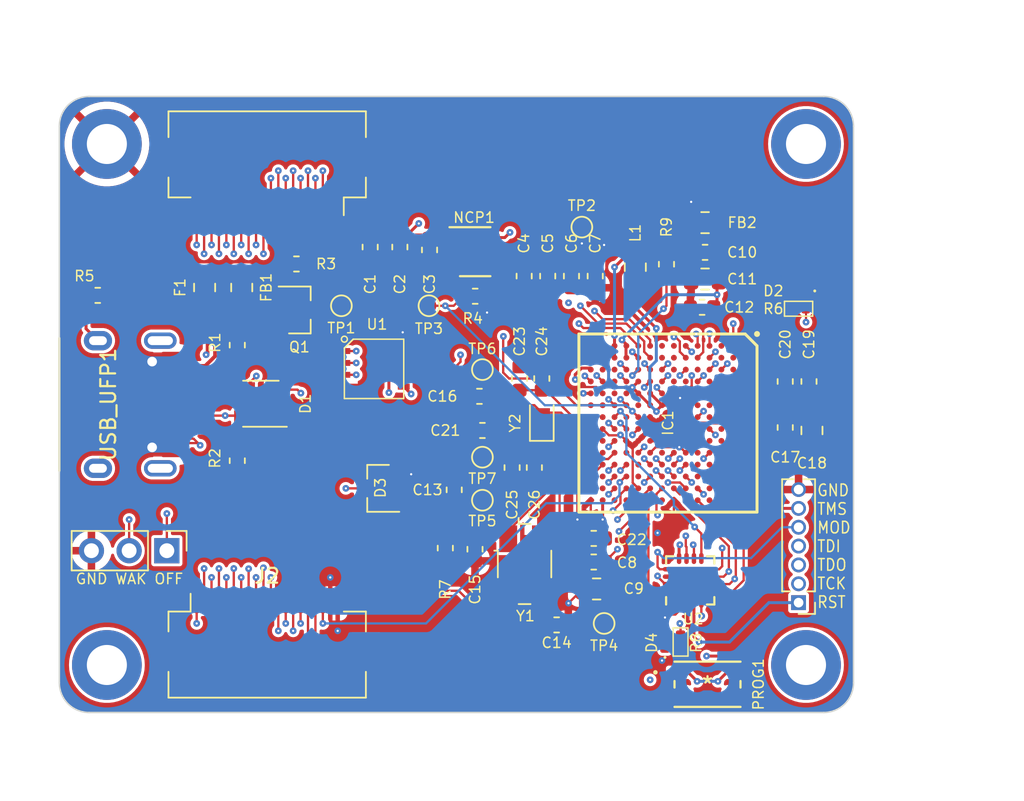
<source format=kicad_pcb>
(kicad_pcb (version 20240108) (generator "pcbnew") (generator_version "8.0")
  (layers (0 "F.Cu" signal) (1 "In1.Cu" signal) (2 "In2.Cu" signal) (31 "B.Cu" signal) (34 "B.Paste" user) (35 "F.Paste" user) (36 "B.SilkS" user "B.Silkscreen") (37 "F.SilkS" user "F.Silkscreen") (38 "B.Mask" user) (39 "F.Mask" user) (44 "Edge.Cuts" user))
  (net 0 "")
  (net 1 "+5V")
  (net 2 "GND")
  (net 3 "+3V3")
  (net 4 "Net-(IC1-VDD_USB_CAP)")
  (net 5 "Net-(IC1-DCDC_IN_1)")
  (net 6 "/SOC_CAP_NET")
  (net 7 "Net-(IC1-VDD_SNVS_CAP)")
  (net 8 "Net-(IC1-XTALO)")
  (net 9 "Net-(IC1-XTALI)")
  (net 10 "Net-(IC1-RTC_XTALI)")
  (net 11 "Net-(IC1-RTC_XTALO)")
  (net 12 "Net-(IC1-VDD_HIGH_CAP)")
  (net 13 "Net-(IC1-NVCC_PLL)")
  (net 14 "+5VD")
  (net 15 "/USB1_DN")
  (net 16 "/USB1_DP")
  (net 17 "Net-(D4-K)")
  (net 18 "Net-(IC1-VDD_SNVS_IN)")
  (net 19 "Net-(Q1-D)")
  (net 21 "Net-(IC1-GPIO_SD_B1_07)")
  (net 22 "Net-(F1-Pad2)")
  (net 26 "Net-(IC1-GPIO_SD_B1_11)")
  (net 31 "Net-(IC1-DCDC_LP_1)")
  (net 37 "/R1")
  (net 39 "Net-(IC1-GPIO_SD_B1_10)")
  (net 44 "Net-(IC1-GPIO_SD_B1_06)")
  (net 54 "Net-(IC1-GPIO_AD_B0_04)")
  (net 56 "/D13")
  (net 59 "Net-(IC1-GPIO_EMC_01)")
  (net 64 "/JTAG_TMS")
  (net 68 "/JTAG_TCK")
  (net 69 "/JTAG_MOD")
  (net 70 "/JTAG_TDI")
  (net 75 "/DCDC_PSWITCH")
  (net 76 "/JTAG_TDO")
  (net 78 "/D47")
  (net 82 "/PMIC_ON_REQ_PWR_SEQ")
  (net 83 "/L7")
  (net 84 "Net-(IC1-GPIO_SD_B1_09)")
  (net 85 "Net-(IC1-GPIO_SD_B1_08)")
  (net 87 "/WAKEUP")
  (net 94 "/ONOFF")
  (net 95 "/POR_B")
  (net 99 "Net-(IC1-GPIO_B0_13)")
  (net 106 "Net-(Q1-G)")
  (net 107 "Net-(USB_UFP1-CC1)")
  (net 108 "Net-(USB_UFP1-CC2)")
  (net 109 "Net-(USB_UFP1-SHIELD)")
  (net 112 "Net-(D2-A)")
  (net 113 "Net-(U2-PTB2{slash}IRQ_7)")
  (net 114 "Net-(U2-PTB3{slash}IRQ_10)")
  (net 118 "/R7")
  (net 119 "/R9")
  (net 120 "/R12")
  (net 121 "/R10")
  (net 122 "/R18")
  (net 123 "/R13")
  (net 124 "/R4")
  (net 125 "/R8")
  (net 126 "/R2")
  (net 127 "/R14")
  (net 128 "/R5")
  (net 129 "/R17")
  (net 130 "/R11")
  (net 131 "/R16")
  (net 132 "/R3")
  (net 133 "/R15")
  (net 134 "/R6")
  (net 135 "/L1")
  (net 136 "/L5")
  (net 137 "/L8")
  (net 138 "/L2")
  (net 139 "/L4")
  (net 140 "/L3")
  (net 141 "/L10")
  (net 142 "/L6")
  (net 143 "/L9")
  (net 144 "/L17")
  (net 145 "/L16")
  (net 146 "/L15")
  (net 147 "/L14")
  (net 148 "/L13")
  (net 149 "/L12")
  (net 155 "unconnected-(IC1-GPIO_B0_01-PadE7)")
  (net 160 "/L0")
  (net 161 "/L11")
  (footprint "Connector_PinHeader_2.54mm:PinHeader_1x03_P2.54mm_Vertical" (layer "F.Cu") (at 60.24 108.1 -90)
    (property "Reference" "J3" (hide yes))
    (property "Value" "Conn_01x03_Male")
  )
  (footprint "MIMXRT1062DVJ6B:XSON8_4x4mm" (layer "F.Cu") (at 74.4 95.65)
    (property "Reference" "U1")
    (property "Value" "W25Q64JVXGIM")
  )
  (footprint "Capacitor_SMD:C_0805_2012Metric" (layer "F.Cu") (at 103.7 100 -90)
    (property "Reference" "C18")
    (property "Value" "10uf")
  )
  (footprint "Crystal:Crystal_SMD_Abracon_ABM3B-4Pin_5.0x3.2mm" (layer "F.Cu") (at 84.34 108.9975 -90)
    (property "Reference" "Y1")
    (property "Value" "Crystal_GND23")
  )
  (footprint "Resistor_SMD:R_0805_2012Metric" (layer "F.Cu") (at 62.78519 90.369792 90)
    (property "Reference" "F1")
    (property "Value" "Fuse")
  )
  (footprint "Capacitor_SMD:C_0603_1608Metric" (layer "F.Cu") (at 77.9375 87.83875 -90)
    (property "Reference" "C3")
    (property "Value" "2.2uf")
  )
  (footprint "Capacitor_SMD:C_0603_1608Metric" (layer "F.Cu") (at 81.5 100 180)
    (property "Reference" "C21")
    (property "Value" "9pf")
  )
  (footprint "Capacitor_SMD:C_0603_1608Metric" (layer "F.Cu") (at 87.5 89.6 -90)
    (property "Reference" "C6")
    (property "Value" "4.7uf")
  )
  (footprint "MountingHole:MountingHole_2.7mm_M2.5_DIN965_Pad_TopBottom" (layer "F.Cu") (at 56.2 80.7)
    (property "Reference" "H4" (hide yes))
    (property "Value" "MountingHole")
  )
  (footprint "Capacitor_SMD:C_0603_1608Metric" (layer "F.Cu") (at 79.6 104 -90)
    (property "Reference" "C13")
    (property "Value" "0.22uf")
  )
  (footprint "MountingHole:MountingHole_2.7mm_M2.5_DIN965_Pad_TopBottom" (layer "F.Cu") (at 103.3 80.7)
    (property "Reference" "H1" (hide yes))
    (property "Value" "MountingHole")
  )
  (footprint "Capacitor_SMD:C_0603_1608Metric" (layer "F.Cu") (at 85.5 96.5 90)
    (property "Reference" "C24")
    (property "Value" "4.7uf")
  )
  (footprint "TestPoint:TestPoint_Pad_D1.0mm" (layer "F.Cu") (at 81.5 101.8 180)
    (property "Reference" "TP7")
    (property "Value" "TestPoint")
  )
  (footprint "Resistor_SMD:R_0402_1005Metric" (layer "F.Cu") (at 102.8 91.8 180)
    (property "Reference" "R6")
    (property "Value" "1k")
  )
  (footprint "Package_TO_SOT_SMD:SOT-23" (layer "F.Cu") (at 69.17 91.88321)
    (property "Reference" "Q1")
    (property "Value" "Q_PMOS_GDS_DMP3125L")
  )
  (footprint "Capacitor_SMD:C_0603_1608Metric" (layer "F.Cu") (at 101.9 99.8 -90)
    (property "Reference" "C17")
    (property "Value" "0.22uf")
  )
  (footprint "Capacitor_SMD:C_0603_1608Metric" (layer "F.Cu") (at 75.9375 87.64375 -90)
    (property "Reference" "C2")
    (property "Value" "0.22uf")
  )
  (footprint "Capacitor_SMD:C_0603_1608Metric" (layer "F.Cu") (at 103.5 96.7 90)
    (property "Reference" "C19")
    (property "Value" "4.7uf")
  )
  (footprint "MountingHole:MountingHole_2.7mm_M2.5_DIN965_Pad_TopBottom" (layer "F.Cu") (at 56.2 115.8)
    (property "Reference" "H3" (hide yes))
    (property "Value" "MountingHole")
  )
  (footprint "Resistor_SMD:R_0805_2012Metric" (layer "F.Cu") (at 96.5 86 180)
    (property "Reference" "FB2")
    (property "Value" "Ferrite_Bead")
  )
  (footprint "Package_TO_SOT_SMD:SOT-23" (layer "F.Cu") (at 74.5 103.9 180)
    (property "Reference" "D3")
    (property "Value" "BAT54C")
  )
  (footprint "Crystal:Crystal_SMD_2012-2Pin_2.0x1.2mm" (layer "F.Cu") (at 85.5 99.5 90)
    (property "Reference" "Y2")
    (property "Value" "Crystal")
  )
  (footprint "Capacitor_SMD:C_0603_1608Metric" (layer "F.Cu") (at 89.1 89.6 -90)
    (property "Reference" "C7")
    (property "Value" "2.2uf")
  )
  (footprint "Capacitor_SMD:C_0603_1608Metric" (layer "F.Cu") (at 96.3 91.7 180)
    (property "Reference" "C12")
    (property "Value" "4.7uf")
  )
  (footprint "Capacitor_SMD:C_0603_1608Metric" (layer "F.Cu") (at 84 96.5 90)
    (property "Reference" "C23")
    (property "Value" "0.22uf")
  )
  (footprint "MountingHole:MountingHole_2.7mm_M2.5_DIN965_Pad_TopBottom" (layer "F.Cu") (at 103.3 115.8)
    (property "Reference" "H2" (hide yes))
    (property "Value" "MountingHole")
  )
  (footprint "Resistor_SMD:R_0603_1608Metric" (layer "F.Cu") (at 93.9 88.8 -90)
    (property "Reference" "R9")
    (property "Value" "100k")
  )
  (footprint "Capacitor_SMD:C_0603_1608Metric" (layer "F.Cu") (at 81 108 -90)
    (property "Reference" "C15")
    (property "Value" "10pf")
  )
  (footprint "Capacitor_SMD:C_0805_2012Metric" (layer "F.Cu") (at 91.8 89 -90)
    (property "Reference" "L1")
    (property "Value" "4.7uH")
  )
  (footprint "Capacitor_SMD:C_0603_1608Metric" (layer "F.Cu") (at 85.898173 89.6 -90)
    (property "Reference" "C5")
    (property "Value" "10nf")
  )
  (footprint "Capacitor_SMD:C_0603_1608Metric" (layer "F.Cu") (at 89 107.272054 180)
    (property "Reference" "C22")
    (property "Value" "0.22uf")
  )
  (footprint "acheron_Connectors:USB_C_Receptacle_Hroparts_TYPE-C-31-M-12" (layer "F.Cu") (at 61.3 98.25 -90)
    (property "Reference" "USB_UFP1")
    (property "Value" "USB_C_Receptacle_USB2.0")
  )
  (footprint "MIMXRT1062DVJ6B:BGA196C80P14X14_1200X1200X152" (layer "F.Cu") (at 94 99.5 -90)
    (property "Reference" "IC1")
    (property "Value" "MIMXRT1062DVJ6B" (hide yes))
  )
  (footprint "Capacitor_SMD:C_0603_1608Metric" (layer "F.Cu") (at 84.3125 89.6 -90)
    (property "Reference" "C4")
    (property "Value" "0.22uf")
  )
  (footprint "Resistor_SMD:R_0603_1608Metric" (layer "F.Cu") (at 55.58519 90.8984 180)
    (property "Reference" "R5")
    (property "Value" "1M")
  )
  (footprint "Capacitor_SMD:C_0603_1608Metric" (layer "F.Cu") (at 96.5 88 180)
    (property "Reference" "C10")
    (property "Value" "0.22uf")
  )
  (footprint "Capacitor_SMD:C_0603_1608Metric" (layer "F.Cu") (at 83.5 102.5 -90)
    (property "Reference" "C25")
    (property "Value" "0.22uf")
  )
  (footprint "Capacitor_SMD:C_0603_1608Metric" (layer "F.Cu") (at 101.9 96.7 90)
    (property "Reference" "C20")
    (property "Value" "10nf")
  )
  (footprint "Resistor_SMD:R_0603_1608Metric" (layer "F.Cu") (at 64.98519 94.25 -90)
    (property "Reference" "R1")
    (property "Value" "5.1k")
  )
  (footprint "TestPoint:TestPoint_Pad_D1.0mm" (layer "F.Cu") (at 81.5 104.7 -90)
    (property "Reference" "TP5")
    (property "Value" "TestPoint")
  )
  (footprint "Package_DFN_QFN:QFN-16-1EP_3x3mm_P0.5mm_EP1.8x1.8mm" (layer "F.Cu") (at 95.5 110.1 90)
    (property "Reference" "U2")
    (property "Value" "MKL02Z32VFG4")
  )
  (footprint "TestPoint:TestPoint_Pad_D1.0mm" (layer "F.Cu") (at 88.2 86.3)
    (property "Reference" "TP2")
    (property "Value" "TestPoint")
  )
  (footprint "LED_SMD:LED_0402_1005Metric" (layer "F.Cu") (at 102.8 90.6 180)
    (property "Reference" "D2")
    (property "Value" "LED")
  )
  (footprint "Connector_FFC-FPC:Hirose_FH12-20S-0.5SH_1x20-1MP_P0.50mm_Horizontal" (layer "F.Cu") (at 67 83 180)
    (property "Reference" "J1" (hide yes))
    (property "Value" "Conn_01x20")
  )
  (footprint "Capacitor_SMD:C_0805_2012Metric" (layer "F.Cu") (at 89.194525 110.678131 180)
    (property "Reference" "C9")
    (property "Value" "10uf")
  )
  (footprint "Capacitor_SMD:C_0603_1608Metric" (layer "F.Cu") (at 81.3 97.7 180)
    (property "Reference" "C16")
    (property "Value" "9pf")
  )
  (footprint "Capacitor_SMD:C_0603_1608Metric" (layer "F.Cu") (at 86.5 113.1)
    (property "Reference" "C14")
    (property "Value" "10pf")
  )
  (footprint "Package_DFN_QFN:DFN-6-1EP_3x3mm_P0.95mm_EP1.7x2.6mm" (layer "F.Cu") (at 81.0125 87.95625)
    (property "Reference" "NCP1")
    (property "Value" "OnSemi NCP692, fixed version")
  )
  (footprint "TestPoint:TestPoint_Pad_D1.0mm" (layer "F.Cu") (at 77.9 91.6)
    (property "Reference" "TP3")
    (property "Value" "TestPoint")
  )
  (footprint "Capacitor_SMD:C_0805_2012Metric" (layer "F.Cu") (at 96.5 89.8 180)
    (property "Reference" "C11")
    (property "Value" "10uf")
  )
  (footprint "TestPoint:TestPoint_Pad_D1.0mm" (layer "F.Cu") (at 72 91.6)
    (property "Reference" "TP1")
    (property "Value" "TestPoint")
  )
  (footprint "Capacitor_SMD:C_0603_1608Metric" (layer "F.Cu") (at 73.9375 87.64375 -90)
    (property "Reference" "C1")
    (property "Value" "0.22uf")
  )
  (footprint "Capacitor_SMD:C_0603_1608Metric" (layer "F.Cu") (at 85 102.5 -90)
    (property "Reference" "C26")
    (property "Value" "4.7uf")
  )
  (footprint "Resistor_SMD:R_0603_1608Metric" (layer "F.Cu") (at 68.97 88.78321 180)
    (property "Reference" "R3")
    (property "Value" "100k")
  )
  (footprint "Resistor_SMD:R_0402_1005Metric" (layer "F.Cu") (at 94.85 114.25 -90)
    (property "Reference" "R8")
    (property "Value" "1k")
  )
  (footprint "Resistor_SMD:R_0603_1608Metric" (layer "F.Cu") (at 64.98519 102.0375 90)
    (property "Reference" "R2")
    (property "Value" "5.1k")
  )
  (footprint "Resistor_SMD:R_0603_1608Metric" (layer "F.Cu") (at 79 107.925 90)
    (property "Reference" "R7")
    (property "Value" "2.2M")
  )
  (footprint "Connector_PinHeader_1.27mm:PinHeader_1x07_P1.27mm_Vertical" (layer "F.Cu") (at 102.8 111.6 180)
    (property "Reference" "SWD1" (hide yes))
    (property "Value" "SWD")
  )
  (footprint "Package_TO_SOT_SMD:SOT-143" (layer "F.Cu") (at 66.574004 98.2 180)
    (property "Reference" "D1")
    (property "Value" "SP0503BAHT")
  )
  (footprint "TestPoint:TestPoint_Pad_D1.0mm" (layer "F.Cu") (at 81.5 95.9)
    (property "Reference" "TP6")
    (property "Value" "TestPoint")
  )
  (footprint "Resistor_SMD:R_0805_2012Metric" (layer "F.Cu") (at 65.28519 90.369792 -90)
    (property "Reference" "FB1")
    (property "Value" "Ferrite_Bead")
  )
  (footprint "Connector_FFC-FPC:Hirose_FH12-20S-0.5SH_1x20-1MP_P0.50mm_Horizontal" (layer "F.Cu") (at 67 113.5)
    (property "Reference" "J2")
    (property "Value" "Conn_01x20")
  )
  (footprint "TestPoint:TestPoint_Pad_D1.0mm" (layer "F.Cu") (at 89.7 113 -90)
    (property "Reference" "TP4")
    (property "Value" "TestPoint")
  )
  (footprint "LED_SMD:LED_0402_1005Metric" (layer "F.Cu") (at 93.8 114.2 90)
    (property "Reference" "D4")
    (property "Value" "LED")
  )
  (footprint "ToyTronics:KMR241GLFS" (layer "F.Cu") (at 96.6644 117.1)
    (property "Reference" "PROG1")
    (property "Value" "SW_Push" (hide yes))
  )
  (footprint "Resistor_SMD:R_0603_1608Metric" (layer "F.Cu") (at 81.0125 90.95625)
    (property "Reference" "R4")
    (property "Value" "100k")
  )
  (footprint "Capacitor_SMD:C_0603_1608Metric" (layer "F.Cu") (at 88.999695 108.862547 180)
    (property "Reference" "C8")
    (property "Value" "0.22uf")
  )
  (gr_line (start 53 93.78) (end 53 102.72) (stroke (width 0.15)) (layer "F.SilkS"))
  (gr_arc (start 53 79.5) (mid 53.585786 78.085787) (end 54.999999 77.5) (stroke (width 0.1)) (layer "Edge.Cuts"))
  (gr_arc (start 106.5 117) (mid 105.914214 118.414214) (end 104.5 119) (stroke (width 0.1)) (layer "Edge.Cuts"))
  (gr_arc (start 104.5 77.5) (mid 105.914214 78.085786) (end 106.5 79.5) (stroke (width 0.1)) (layer "Edge.Cuts"))
  (gr_line (start 106.5 79.5) (end 106.5 117) (stroke (width 0.1)) (layer "Edge.Cuts"))
  (gr_line (start 53 102.85) (end 53 117) (stroke (width 0.1)) (layer "Edge.Cuts"))
  (gr_line (start 104.5 119) (end 55 119) (stroke (width 0.1)) (layer "Edge.Cuts"))
  (gr_arc (start 55 119) (mid 53.585786 118.414214) (end 53 117) (stroke (width 0.1)) (layer "Edge.Cuts"))
  (gr_line (start 53 102.85) (end 53 79.5) (stroke (width 0.1)) (layer "Edge.Cuts"))
  (gr_line (start 55 77.5) (end 104.5 77.5) (stroke (width 0.1)) (layer "Edge.Cuts"))
  (gr_text "GND WAK OFF" (at 54.04 110 0) (layer "F.SilkS") (effects (font (size 0.7 0.7) (thickness 0.1)) (justify left)))
  (gr_text "GND\nTMS\nMOD\nTDI\nTDO\nTCK\nRST" (at 104 107.8 0) (layer "F.SilkS") (effects (font (size 0.78 0.7) (thickness 0.1)) (justify left)))
  (segment (start 83.35724 86.65724) (end 83.00823 87.00625) (width 0.2) (layer "F.Cu") (net 1))
  (segment (start 88.8 98.3) (end 87.8245 98.3) (width 0.155) (layer "F.Cu") (net 1))
  (segment (start 83.00823 87.00625) (end 82.3525 87.00625) (width 0.2) (layer "F.Cu") (net 1))
  (segment (start 82.9125 93.85625) (end 82.9125 93.65625) (width 0.155) (layer "F.Cu") (net 1))
  (segment (start 82.9 96.1) (end 82.9 93.66875) (width 0.155) (layer "F.Cu") (net 1))
  (segment (start 83.3 96.5) (end 82.9 96.1) (width 0.155) (layer "F.Cu") (net 1))
  (segment (start 73.9375 86.85625) (end 71.45625 86.85625) (width 0.3) (layer "F.Cu") (net 1))
  (segment (start 77.7425 86.85625) (end 73.9375 86.85625) (width 0.25) (layer "F.Cu") (net 1))
  (segment (start 71.7 91.9) (end 72 91.6) (width 0.25) (layer "F.Cu") (net 1))
  (segment (start 82.9 93.66875) (end 82.9125 93.65625) (width 0.155) (layer "F.Cu") (net 1))
  (segment (start 70.2 91.9) (end 71.7 91.9) (width 0.25) (layer "F.Cu") (net 1))
  (segment (start 72 87.4) (end 72 91.6) (width 0.25) (layer "F.Cu") (net 1))
  (segment (start 73.9375 86.85625) (end 72.54375 86.85625) (width 0.25) (layer "F.Cu") (net 1))
  (segment (start 71.25 86.65) (end 71.25 84.85) (width 0.3) (layer "F.Cu") (net 1))
  (segment (start 72.54375 86.85625) (end 72 87.4) (width 0.25) (layer "F.Cu") (net 1))
  (segment (start 76.4125 86.85625) (end 77.2125 86.05625) (width 0.2) (layer "F.Cu") (net 1))
  (segment (start 86.6 97.0755) (end 86.5755 97.0755) (width 0.155) (layer "F.Cu") (net 1))
  (segment (start 87.8245 98.3) (end 86.6 97.0755) (width 0.155) (layer "F.Cu") (net 1))
  (segment (start 77.9375 87.05125) (end 79.7075 87.05125) (width 0.25) (layer "F.Cu") (net 1))
  (segment (start 89.6 98.3) (end 88.8 98.3) (width 0.155) (layer "F.Cu") (net 1))
  (segment (start 77.9375 87.05125) (end 77.7425 86.85625) (width 0.25) (layer "F.Cu") (net 1))
  (segment (start 86 96.5) (end 83.3 96.5) (width 0.155) (layer "F.Cu") (net 1))
  (segment (start 71.45625 86.85625) (end 71.25 86.65) (width 0.3) (layer "F.Cu") (net 1))
  (segment (start 75.9375 86.85625) (end 76.4125 86.85625) (width 0.2) (layer "F.Cu") (net 1))
  (segment (start 86.5755 97.0755) (end 86 96.5) (width 0.155) (layer "F.Cu") (net 1))
  (via (at 77.2125 86.05625) (size 0.45) (drill 0.15) (layers "F.Cu" "B.Cu") (net 1))
  (via (at 83.35724 86.65724) (size 0.45) (drill 0.15) (layers "F.Cu" "B.Cu") (net 1))
  (via (at 82.9125 93.65625) (size 0.45) (drill 0.15) (layers "F.Cu" "B.Cu") (net 1))
  (segment (start 88.8 106.7) (end 88.8 104.7) (width 0.155) (layer "F.Cu") (net 2))
  (segment (start 87.3 111.635156) (end 88.257025 110.678131) (width 0.155) (layer "F.Cu") (net 2))
  (segment (start 101.9 100.5875) (end 103.35 100.5875) (width 0.2) (layer "F.Cu") (net 2))
  (segment (start 79.6725 87.95625) (end 78.5125 87.95625) (width 0.155) (layer "F.Cu") (net 2))
  (segment (start 100.6 97.5) (end 100.2 97.9) (width 0.155) (layer "F.Cu") (net 2))
  (segment (start 100.496511 101.103489) (end 101.0125 100.5875) (width 0.155) (layer "F.Cu") (net 2))
  (segment (start 89.6 97.5) (end 89.174011 97.074011) (width 0.155) (layer "F.Cu") (net 2))
  (segment (start 90.825989 100.325989) (end 90.8 100.3) (width 0.155) (layer "F.Cu") (net 2))
  (segment (start 90.825989 100.325989) (end 91.2 100.7) (width 0.155) (layer "F.Cu") (net 2))
  (segment (start 92 95.1) (end 91.6 94.7) (width 0.2) (layer "F.Cu") (net 2))
  (segment (start 96.374011 94.725989) (end 96.374011 92.674011) (width 0.155) (layer "F.Cu") (net 2))
  (segment (start 101.0875 95.9125) (end 100.6 96.4) (width 0.155) (layer "F.Cu") (net 2))
  (segment (start 71.25 109.9) (end 71.25 111.65) (width 0.155) (layer "F.Cu") (net 2))
  (segment (start 101.0125 100.5875) (end 101.9 100.5875) (width 0.155) (layer "F.Cu") (net 2))
  (segment (start 98.4 101.5) (end 98.796511 101.103489) (width 0.155) (layer "F.Cu") (net 2))
  (segment (start 95.45 112.907537) (end 95.25 112.707537) (width 0.2) (layer "F.Cu") (net 2))
  (segment (start 95.25 110.35) (end 95.4 110.2) (width 0.2) (layer "F.Cu") (net 2))
  (segment (start 71.75 113.5) (end 71.75 111.65) (width 0.155) (layer "F.Cu") (net 2))
  (segment (start 87.2875 111.647656) (end 87.2875 113.1) (width 0.155) (layer "F.Cu") (net 2))
  (segment (start 87.474011 97.074011) (end 86.1 95.7) (width 0.155) (layer "F.Cu") (net 2))
  (segment (start 89.6 99.9) (end 90.025989 100.325989) (width 0.155) (layer "F.Cu") (net 2))
  (segment (start 90.025989 100.325989) (end 90.825989 100.325989) (width 0.155) (layer "F.Cu") (net 2))
  (segment (start 89.174011 97.074011) (end 87.474011 97.074011) (width 0.155) (layer "F.Cu") (net 2))
  (segment (start 88.2125 107.272054) (end 88.227946 107.272054) (width 0.155) (layer "F.Cu") (net 2))
  (segment (start 103.35 100.5875) (end 103.7 100.9375) (width 0.2) (layer "F.Cu") (net 2))
  (segment (start 96 95.1) (end 96.374011 94.725989) (width 0.155) (layer "F.Cu") (net 2))
  (segment (start 91.6 94.7) (end 91.598 94.7) (width 0.2) (layer "F.Cu") (net 2))
  (segment (start 98.796511 101.103489) (end 100.496511 101.103489) (width 0.155) (layer "F.Cu") (net 2))
  (segment (start 100.6 96.4) (end 100.6 97.5) (width 0.155) (layer "F.Cu") (net 2))
  (segment (start 78.5125 87.95625) (end 77.9125 88.55625) (width 0.155) (layer "F.Cu") (net 2))
  (segment (start 93.6 115.5) (end 94.971238 115.5) (width 0.2) (layer "F.Cu") (net 2))
  (segment (start 100.2 97.9) (end 98.8 97.9) (width 0.155) (layer "F.Cu") (net 2))
  (segment (start 92 103.9) (end 91.625989 103.525989) (width 0.155) (layer "F.Cu") (net 2))
  (segment (start 94.971238 115.5) (end 95.45 115.021238) (width 0.2) (layer "F.Cu") (net 2))
  (segment (start 91.625989 103.525989) (end 91.625989 101.074011) (width 0.155) (layer "F.Cu") (net 2))
  (segment (start 95.25 111.575) (end 95.25 110.35) (width 0.2) (layer "F.Cu") (net 2))
  (segment (start 91.625989 101.074011) (end 92 100.7) (width 0.155) (layer "F.Cu") (net 2))
  (segment (start 98.8 97.9) (end 98.4 97.5) (width 0.155) (layer "F.Cu") (net 2))
  (segment (start 86.1 95.7) (end 85.5 95.7) (width 0.155) (layer "F.Cu") (net 2))
  (segment (start 94.382026 105.817974) (end 93.3 106.9) (width 0.155) (layer "F.Cu") (net 2))
  (segment (start 101.9 95.9125) (end 101.0875 95.9125) (width 0.155) (layer "F.Cu") (net 2))
  (segment (start 94.4 105.817974) (end 94.382026 105.817974) (width 0.155) (layer "F.Cu") (net 2))
  (segment (start 87.3 111.635156) (end 87.2875 111.647656) (width 0.155) (layer "F.Cu") (net 2))
  (segment (start 96.374011 92.674011) (end 95.7 92) (width 0.155) (layer "F.Cu") (net 2))
  (segment (start 94.4 104.7) (end 94.4 105.817974) (width 0.155) (layer "F.Cu") (net 2))
  (segment (start 88.227946 107.272054) (end 88.8 106.7) (width 0.155) (layer "F.Cu") (net 2))
  (segment (start 95.45 115.021238) (end 95.45 112.907537) (width 0.2) (layer "F.Cu") (net 2))
  (segment (start 96 103.9) (end 96.4 104.3) (width 0.2) (layer "F.Cu") (net 2))
  (segment (start 95.25 112.707537) (end 95.25 111.575) (width 0.2) (layer "F.Cu") (net 2))
  (via (at 90.8 100.3) (size 0.45) (drill 0.15) (layers "F.Cu" "B.Cu") (net 2))
  (via (at 71.25 109.9) (size 0.45) (drill 0.15) (layers "F.Cu" "B.Cu") (net 2))
  (via (at 96.4 104.3) (size 0.45) (drill 0.15) (layers "F.Cu" "B.Cu") (net 2))
  (via (at 93.6 115.5) (size 0.45) (drill 0.15) (layers "F.Cu" "B.Cu") (net 2))
  (via (at 91.598 94.7) (size 0.45) (drill 0.15) (layers "F.Cu" "B.Cu") (net 2))
  (via (at 93.3 106.9) (size 0.45) (drill 0.15) (layers "F.Cu" "B.Cu") (net 2))
  (via (at 87.3 111.635156) (size 0.45) (drill 0.15) (layers "F.Cu" "B.Cu") (net 2))
  (via (at 71.75 113.5) (size 0.45) (drill 0.15) (layers "F.Cu" "B.Cu") (net 2))
  (segment (start 94 112.4) (end 94.5 112.4) (width 0.155) (layer "F.Cu") (net 3))
  (segment (start 89.1 88.8125) (end 89.103226 88.815726) (width 0.25) (layer "F.Cu") (net 3))
  (segment (start 88 83.6) (end 88.2 83.8) (width 0.3) (layer "F.Cu") (net 3))
  (segment (start 81.8 90.95625) (end 81.8 92.04375) (width 0.25) (layer "F.Cu") (net 3))
  (segment (start 84.3125 88.8125) (end 83.45625 87.95625) (width 0.25) (layer "F.Cu") (net 3))
  (segment (start 89.1 88.8125) (end 89.698173 88.214327) (width 0.2) (layer "F.Cu") (net 3))
  (segment (start 95.2 101.5) (end 96 100.7) (width 0.155) (layer "F.Cu") (net 3))
  (segment (start 88.2 87.4) (end 88.2 86.3) (width 0.2) (layer "F.Cu") (net 3))
  (segment (start 85.898173 88.8125) (end 84.3125 88.8125) (width 0.25) (layer "F.Cu") (net 3))
  (segment (start 94.5 112.4) (end 94.75 112.15) (width 0.155) (layer "F.Cu") (net 3))
  (segment (start 95.2 101.5) (end 94.8245 101.1245) (width 0.155) (layer "F.Cu") (net 3))
  (segment (start 89.6 104.7) (end 89.6 106) (width 0.2) (layer "F.Cu") (net 3))
  (segment (start 88.2 88.1125) (end 87.5 88.8125) (width 0.2) (layer "F.Cu") (net 3))
  (segment (start 82.3525 88.90625) (end 84.21875 88.90625) (width 0.25) (layer "F.Cu") (net 3))
  (segment (start 87.9 106) (end 87.9 104.271067) (width 0.155) (layer "F.Cu") (net 3))
  (segment (start 85.898173 88.8125) (end 89.1 88.8125) (width 0.25) (layer "F.Cu") (net 3))
  (segment (start 95.5625 84.6) (end 95.5625 86) (width 0.155) (layer "F.Cu") (net 3))
  (segment (start 95.2 97.5) (end 95.130104 97.5) (width 0.2) (layer "F.Cu") (net 3))
  (segment (start 71.75 83.85) (end 72 83.6) (width 0.3) (layer "F.Cu") (net 3))
  (segment (start 93.8 112.6) (end 94 112.4) (width 0.155) (layer "F.Cu") (net 3))
  (segment (start 93.8 113.1) (end 93.8 112.6) (width 0.155) (layer "F.Cu") (net 3))
  (segment (start 76.129764 93.387508) (end 76.129764 94.579764) (width 0.2) (layer "F.Cu") (net 3))
  (segment (start 88.2 83.8) (end 88.2 86.3) (width 0.3) (layer "F.Cu") (net 3))
  (segment (start 88.8 103.371067) (end 88.8 103.1) (width 0.155) (layer "F.Cu") (net 3))
  (segment (start 89.698173 88.214327) (end 89.698173 87.503226) (width 0.2) (layer "F.Cu") (net 3))
  (segment (start 87.9 104.271067) (end 88.8 103.371067) (width 0.155) (layer "F.Cu") (net 3))
  (segment (start 81.8 92.04375) (end 81.8125 92.05625) (width 0.25) (layer "F.Cu") (net 3))
  (segment (start 94.75 112.15) (end 94.75 111.575) (width 0.155) (layer "F.Cu") (net 3))
  (segment (start 92 96.7) (end 91.6 97.1) (width 0.2) (layer "F.Cu") (net 3))
  (segment (start 84.21875 88.90625) (end 84.3125 88.8125) (width 0.25) (layer "F.Cu") (net 3))
  (segment (start 89.7875 106.1875) (end 89.6 106) (width 0.155) (layer "F.Cu") (net 3))
  (segment (start 76.7 102.95) (end 75.5 102.95) (width 0.155) (layer "F.Cu") (net 3))
  (segment (start 93.1755 101.1245) (end 94.762669 101.1245) (width 0.155) (layer "F.Cu") (net 3))
  (segment (start 96 98.3) (end 95.2 97.5) (width 0.2) (layer "F.Cu") (net 3))
  (segment (start 88.2 87.4) (end 88.2 88.1125) (width 0.2) (layer "F.Cu") (net 3))
  (segment (start 71.75 84.85) (end 71.75 83.85) (width 0.3) (layer "F.Cu") (net 3))
  (segment (start 92 97.5) (end 92.8 98.3) (width 0.2) (layer "F.Cu") (net 3))
  (segment (start 94.8245 101.1245) (end 94.762669 101.1245) (width 0.155) (layer "F.Cu") (net 3))
  (segment (start 83.45625 87.95625) (end 82.3125 87.95625) (width 0.25) (layer "F.Cu") (net 3))
  (segment (start 89.7875 107.272054) (end 89.7875 106.1875) (width 0.155) (layer "F.Cu") (net 3))
  (segment (start 95.130104 97.5) (end 94.817202 97.812902) (width 0.2) (layer "F.Cu") (net 3))
  (segment (start 76.129764 94.579764) (end 76.2 94.65) (width 0.2) (layer "F.Cu") (net 3))
  (segment (start 93.8 113.715) (end 93.8 113.1) (width 0.155) (layer "F.Cu") (net 3))
  (segment (start 72 83.6) (end 88 83.6) (width 0.3) (layer "F.Cu") (net 3))
  (segment (start 92.8 101.5) (end 93.1755 101.1245) (width 0.155) (layer "F.Cu") (net 3))
  (segment (start 92 97.5) (end 91.6 97.1) (width 0.2) (layer "F.Cu") (net 3))
  (segment (start 91.6 97.1) (end 91.598 97.1) (width 0.2) (layer "F.Cu") (net 3))
  (via (at 95.5625 84.6) (size 0.45) (drill 0.15) (layers "F.Cu" "B.Cu") (net 3))
  (via (at 76.7 102.95) (size 0.45) (drill 0.15) (layers "F.Cu" "B.Cu") (net 3))
  (via (at 94.762669 101.1245) (size 0.45) (drill 0.15) (layers "F.Cu" "B.Cu") (net 3))
  (via (at 87.9 106) (size 0.45) (drill 0.15) (layers "F.Cu" "B.Cu") (net 3))
  (via (at 81.8125 92.05625) (size 0.45) (drill 0.15) (layers "F.Cu" "B.Cu") (net 3))
  (via (at 88.2 87.4) (size 0.45) (drill 0.15) (layers "F.Cu" "B.Cu") (net 3))
  (via (at 94.817202 97.812902) (size 0.45) (drill 0.15) (layers "F.Cu" "B.Cu") (net 3))
  (via (at 89.6 106) (size 0.45) (drill 0.15) (layers "F.Cu" "B.Cu") (net 3))
  (via (at 91.598 97.1) (size 0.45) (drill 0.15) (layers "F.Cu" "B.Cu") (net 3))
  (via (at 76.129764 93.387508) (size 0.45) (drill 0.15) (layers "F.Cu" "B.Cu") (net 3))
  (via (at 89.698173 87.503226) (size 0.45) (drill 0.15) (layers "F.Cu" "B.Cu") (net 3))
  (via (at 93.8 112.6) (size 0.45) (drill 0.15) (layers "F.Cu" "B.Cu") (net 3))
  (segment (start 91.598 97.1) (end 90.600336 97.1) (width 0.2) (layer "B.Cu") (net 3))
  (segment (start 90.600336 97.1) (end 90 96.499664) (width 0.2) (layer "B.Cu") (net 3))
  (segment (start 90 96.499664) (end 90 95.7) (width 0.2) (layer "B.Cu") (net 3))
  (segment (start 89.787195 108.862547) (end 89.787195 108.812805) (width 0.155) (layer "F.Cu") (net 4))
  (segment (start 79.9 110.8) (end 75.9 110.8) (width 0.155) (layer "F.Cu") (net 4))
  (segment (start 89.787195 108.862547) (end 89.787195 109.687195) (width 0.155) (layer "F.Cu") (net 4))
  (segment (start 89.787195 108.812805) (end 90.6 108) (width 0.155) (layer "F.Cu") (net 4))
  (segment (start 88.1 114.6) (end 83.7 114.6) (width 0.155) (layer "F.Cu") (net 4))
  (segment (start 91.604001 100.295999) (end 91.604001 100.3) (width 0.155) (layer "F.Cu") (net 4))
  (segment (start 89.7 111.2) (end 90.1 110.8) (width 0.155) (layer "F.Cu") (net 4))
  (segment (start 89.787195 109.687195) (end 90.132025 110.032025) (width 0.155) (layer "F.Cu") (net 4))
  (segment (start 75.5 110.4) (end 75.5 104.85) (width 0.155) (layer "F.Cu") (net 4))
  (segment (start 92 99.9) (end 91.604001 100.295999) (width 0.155) (layer "F.Cu") (net 4))
  (segment (start 89.7 113) (end 89.7 111.2) (width 0.155) (layer "F.Cu") (net 4))
  (segment (start 83.7 114.6) (end 79.9 110.8) (width 0.155) (layer "F.Cu") (net 4))
  (segment (start 75.9 110.8) (end 75.5 110.4) (width 0.155) (layer "F.Cu") (net 4))
  (segment (start 90.132025 110.032025) (end 90.132025 110.678131) (width 0.155) (layer "F.Cu") (net 4))
  (segment (start 89.7 113) (end 88.1 114.6) (width 0.155) (layer "F.Cu") (net 4))
  (via (at 91.604001 100.3) (size 0.45) (drill 0.15) (layers "F.Cu" "B.Cu") (net 4))
  (via (at 90.6 108) (size 0.45) (drill 0.15) (layers "F.Cu" "B.Cu") (net 4))
  (segment (start 91.2 95.1) (end 91.173499 95.073499) (width 0.2) (layer "F.Cu") (net 5))
  (segment (start 91.173499 94.326501) (end 91.2 94.3) (width 0.2) (layer "F.Cu") (net 5))
  (segment (start 97.2875 88) (end 97.2875 86.1125) (width 0.155) (layer "F.Cu") (net 5))
  (segment (start 97.3045 90.854346) (end 97.3045 90.133) (width 0.2) (layer "F.Cu") (net 5))
  (segment (start 97.2875 89.65) (end 97.5 89.8625) (width 0.155) (layer "F.Cu") (net 5))
  (segment (start 91.2 94.2) (end 90.9 93.9) (width 0.2) (layer "F.Cu") (net 5))
  (segment (start 91.173499 95.073499) (end 91.173499 94.326501) (width 0.2) (layer "F.Cu") (net 5))
  (segment (start 97.3045 91.483) (end 97.0875 91.7) (width 0.2) (layer "F.Cu") (net 5))
  (segment (start 97.3045 90.133) (end 97.4375 90) (width 0.2) (layer "F.Cu") (net 5))
  (segment (start 97.2875 86.1125) (end 97.4 86) (width 0.155) (layer "F.Cu") (net 5))
  (segment (start 91.2 94.3) (end 91.2 94.2) (width 0.2) (layer "F.Cu") (net 5))
  (segment (start 97.2875 88) (end 97.2875 89.65) (width 0.155) (layer "F.Cu") (net 5))
  (segment (start 97.3045 90.854346) (end 97.3045 91.483) (width 0.2) (layer "F.Cu") (net 5))
  (via (at 90.9 93.9) (size 0.45) (drill 0.15) (layers "F.Cu" "B.Cu") (net 5))
  (via (at 97.3045 90.854346) (size 0.45) (drill 0.15) (layers "F.Cu" "B.Cu") (net 5))
  (segment (start 97.3045 90.854346) (end 93.895654 90.854346) (width 0.2) (layer "B.Cu") (net 5))
  (segment (start 90.9 93.85) (end 90.9 93.9) (width 0.2) (layer "B.Cu") (net 5))
  (segment (start 93.895654 90.854346) (end 90.9 93.85) (width 0.2) (layer "B.Cu") (net 5))
  (segment (start 101.9 99.0125) (end 103.65 99.0125) (width 0.2) (layer "F.Cu") (net 6))
  (segment (start 93.6 98.3) (end 94.4 98.3) (width 0.2) (layer "F.Cu") (net 6))
  (segment (start 103.65 99.0125) (end 103.7 99.0625) (width 0.2) (layer "F.Cu") (net 6))
  (segment (start 101.9 97.4875) (end 103.5 97.4875) (width 0.2) (layer "F.Cu") (net 6))
  (segment (start 100.4 99.5) (end 95.6 99.5) (width 0.2) (layer "F.Cu") (net 6))
  (segment (start 93.6 98.3) (end 93.224502 98.675498) (width 0.2) (layer "F.Cu") (net 6))
  (segment (start 95.2 99.9) (end 95.6 99.5) (width 0.2) (layer "F.Cu") (net 6))
  (segment (start 91.8 91.705379) (end 93.216449 93.121828) (width 0.2) (layer "F.Cu") (net 6))
  (segment (start 100.9 98.4875) (end 101.9 97.4875) (width 0.2) (layer "F.Cu") (net 6))
  (segment (start 94.4 100.7) (end 95.2 99.9) (width 0.2) (layer "F.Cu") (net 6))
  (segment (start 95.2 98.3) (end 95.2 99.1) (width 0.2) (layer "F.Cu") (net 6))
  (segment (start 95.2 99.1) (end 95.2 99.9) (width 0.2) (layer "F.Cu") (net 6))
  (segment (start 93.224502 98.675498) (end 93.224502 98.722463) (width 0.2) (layer "F.Cu") (net 6))
  (segment (start 95.2 99.1) (end 94.4 98.3) (width 0.2) (layer "F.Cu") (net 6))
  (segment (start 94.4 100.7) (end 93.6 100.7) (width 0.2) (layer "F.Cu") (net 6))
  (segment (start 100.9 99) (end 100.4 99.5) (width 0.2) (layer "F.Cu") (net 6))
  (segment (start 95.2 100.7) (end 94.4 100.7) (width 0.2) (layer "F.Cu") (net 6))
  (segment (start 92.8 97.5) (end 93.6 98.3) (width 0.2) (layer "F.Cu") (net 6))
  (segment (start 100.9 99) (end 100.9 98.4875) (width 0.2) (layer "F.Cu") (net 6))
  (segment (start 101.9 99.0125) (end 101.8875 99) (width 0.2) (layer "F.Cu") (net 6))
  (segment (start 101.8875 99) (end 100.9 99) (width 0.2) (layer "F.Cu") (net 6))
  (segment (start 95.2 99.9) (end 95.2 100.7) (width 0.2) (layer "F.Cu") (net 6))
  (segment (start 93.6 100.7) (end 92.8 100.7) (width 0.2) (layer "F.Cu") (net 6))
  (segment (start 95.2 99.1) (end 95.6 99.5) (width 0.2) (layer "F.Cu") (net 6))
  (segment (start 94.4 98.3) (end 95.2 98.3) (width 0.2) (layer "F.Cu") (net 6))
  (segment (start 91.8 89.9375) (end 91.8 91.705379) (width 0.2) (layer "F.Cu") (net 6))
  (via (at 93.216449 93.121828) (size 0.45) (drill 0.15) (layers "F.Cu" "B.Cu") (net 6))
  (via (at 93.224502 98.722463) (size 0.45) (drill 0.15) (layers "F.Cu" "B.Cu") (net 6))
  (segment (start 93.216449 95.303559) (end 93.216449 93.121828) (width 0.2) (layer "B.Cu") (net 6))
  (segment (start 92.826501 96.924165) (end 92.775499 96.873163) (width 0.2) (layer "B.Cu") (net 6))
  (segment (start 92.775499 98.27346) (end 92.775499 97.326837) (width 0.2) (layer "B.Cu") (net 6))
  (segment (start 92.775499 97.326837) (end 92.826501 97.275835) (width 0.2) (layer "B.Cu") (net 6))
  (segment (start 93.224502 98.722463) (end 92.775499 98.27346) (width 0.2) (layer "B.Cu") (net 6))
  (segment (start 92.775499 95.744509) (end 93.216449 95.303559) (width 0.2) (layer "B.Cu") (net 6))
  (segment (start 92.775499 96.873163) (end 92.775499 95.744509) (width 0.2) (layer "B.Cu") (net 6))
  (segment (start 92.826501 97.275835) (end 92.826501 96.924165) (width 0.2) (layer "B.Cu") (net 6))
  (segment (start 85.6 102.5) (end 82.8 102.5) (width 0.155) (layer "F.Cu") (net 7))
  (segment (start 81.5 104.7) (end 81.5 103.6) (width 0.2) (layer "F.Cu") (net 7))
  (segment (start 89.974011 101.925989) (end 86.174011 101.925989) (width 0.155) (layer "F.Cu") (net 7))
  (segment (start 81.1125 103.2125) (end 79.6 103.2125) (width 0.2) (layer "F.Cu") (net 7))
  (segment (start 82.8 102.5) (end 82.0875 103.2125) (width 0.155) (layer "F.Cu") (net 7))
  (segment (start 82.0875 103.2125) (end 79.6 103.2125) (width 0.155) (layer "F.Cu") (net 7))
  (segment (start 90.4 101.5) (end 89.974011 101.925989) (width 0.155) (layer "F.Cu") (net 7))
  (segment (start 81.5 103.6) (end 81.1125 103.2125) (width 0.2) (layer "F.Cu") (net 7))
  (segment (start 86.174011 101.925989) (end 85.6 102.5) (width 0.155) (layer "F.Cu") (net 7))
  (segment (start 85.4 112.7875) (end 85.4 110.7) (width 0.155) (layer "F.Cu") (net 8))
  (segment (start 85.7125 113.1) (end 85.4 112.7875) (width 0.155) (layer "F.Cu") (net 8))
  (segment (start 89.2 102.7) (end 88.3 102.7) (width 0.15) (layer "F.Cu") (net 8))
  (segment (start 88.3 102.7) (end 87.3 103.7) (width 0.15) (layer "F.Cu") (net 8))
  (segment (start 87.3 103.7) (end 86.7 104.3) (width 0.15) (layer "F.Cu") (net 8))
  (segment (start 86.7 109.5) (end 85.5 110.7) (width 0.15) (layer "F.Cu") (net 8))
  (segment (start 86.7 104.3) (end 86.7 108.8) (width 0.15) (layer "F.Cu") (net 8))
  (segment (start 89.3 102.6) (end 89.2 102.7) (width 0.15) (layer "F.Cu") (net 8))
  (segment (start 86.7 108.8) (end 86.7 109.5) (width 0.15) (layer "F.Cu") (net 8))
  (segment (start 89.6 102.3) (end 89.3 102.6) (width 0.15) (layer "F.Cu") (net 8))
  (segment (start 81 107.2125) (end 83.2875 107.2125) (width 0.15) (layer "F.Cu") (net 9))
  (segment (start 83.198084 106.801916) (end 83.198084 107.280648) (width 0.15) (layer "F.Cu") (net 9))
  (segment (start 88.8 102.3) (end 87.7 102.3) (width 0.15) (layer "F.Cu") (net 9))
  (segment (start 79 107.1375) (end 81.0375 107.1375) (width 0.15) (layer "F.Cu") (net 9))
  (segment (start 87.7 102.3) (end 83.198084 106.801916) (width 0.15) (layer "F.Cu") (net 9))
  (segment (start 88.3 100.3) (end 86.8 98.8) (width 0.155) (layer "F.Cu") (net 10))
  (segment (start 86.8 98.8) (end 85.5 98.8) (width 0.155) (layer "F.Cu") (net 10))
  (segment (start 89.2 100.3) (end 88.3 100.3) (width 0.155) (layer "F.Cu") (net 10))
  (segment (start 83.1 98.3) (end 85 98.3) (width 0.155) (layer "F.Cu") (net 10))
  (segment (start 89.6 100.7) (end 89.2 100.3) (width 0.155) (layer "F.Cu") (net 10))
  (segment (start 85 98.3) (end 85.5 98.8) (width 0.155) (layer "F.Cu") (net 10))
  (segment (start 82.0875 97.7) (end 82.5 97.7) (width 0.155) (layer "F.Cu") (net 10))
  (segment (start 82.5 97.7) (end 83.1 98.3) (width 0.155) (layer "F.Cu") (net 10))
  (segment (start 85.5 100.2) (end 84 100.2) (width 0.155) (layer "F.Cu") (net 11))
  (segment (start 85.5 100.2) (end 87.6 100.2) (width 0.155) (layer "F.Cu") (net 11))
  (segment (start 83.8 100) (end 84 100.2) (width 0.155) (layer "F.Cu") (net 11))
  (segment (start 88.8 100.7) (end 88.1 100.7) (width 0.155) (layer "F.Cu") (net 11))
  (segment (start 88.1 100.7) (end 87.6 100.2) (width 0.155) (layer "F.Cu") (net 11))
  (segment (start 82.2875 100) (end 83.8 100) (width 0.155) (layer "F.Cu") (net 11))
  (segment (start 88.8 99.9) (end 88.4 99.9) (width 0.155) (layer "F.Cu") (net 12))
  (segment (start 84.0125 97.2875) (end 84 97.3) (width 0.155) (layer "F.Cu") (net 12))
  (segment (start 83.1875 97.2875) (end 81.8 95.9) (width 0.155) (layer "F.Cu") (net 12))
  (segment (start 84 97.2875) (end 83.1875 97.2875) (width 0.155) (layer "F.Cu") (net 12))
  (segment (start 85.8 97.3) (end 85.5 97.3) (width 0.155) (layer "F.Cu") (net 12))
  (segment (start 85.5 97.2875) (end 84.0125 97.2875) (width 0.155) (layer "F.Cu") (net 12))
  (segment (start 88.4 99.9) (end 85.8 97.3) (width 0.155) (layer "F.Cu") (net 12))
  (segment (start 81.8 95.9) (end 81.5 95.9) (width 0.155) (layer "F.Cu") (net 12))
  (segment (start 85 101.7125) (end 83.5125 101.7125) (width 0.155) (layer "F.Cu") (net 13))
  (segment (start 83.5125 101.7125) (end 83.5 101.7) (width 0.155) (layer "F.Cu") (net 13))
  (segment (start 83.5 101.7125) (end 81.5875 101.7125) (width 0.155) (layer "F.Cu") (net 13))
  (segment (start 86.1 101.5) (end 88.8 101.5) (width 0.155) (layer "F.Cu") (net 13))
  (segment (start 85.8875 101.7125) (end 86.1 101.5) (width 0.155) (layer "F.Cu") (net 13))
  (segment (start 85 101.7125) (end 85.8875 101.7125) (width 0.155) (layer "F.Cu") (net 13))
  (segment (start 81.5875 101.7125) (end 81.5 101.8) (width 0.155) (layer "F.Cu") (net 13))
  (segment (start 63.48519 94.9984) (end 63.48519 91.8984) (width 0.25) (layer "F.Cu") (net 14))
  (segment (start 62.83359 95.65) (end 62.98519 95.4984) (width 0.25) (layer "F.Cu") (net 14))
  (segment (start 60.725 100.55) (end 62.03679 100.55) (width 0.155) (layer "F.Cu") (net 14))
  (segment (start 60.575 95.8) (end 60.725 95.65) (width 0.25) (layer "F.Cu") (net 14))
  (segment (start 62.53359 95.95) (end 62.98519 95.4984) (width 0.25) (layer "F.Cu") (net 14))
  (segment (start 69.27 97.48321) (end 69.03679 97.25) (width 0.155) (layer "F.Cu") (net 14))
  (segment (start 62.03679 100.55) (end 62.48519 100.9984) (width 0.155) (layer "F.Cu") (net 14))
  (segment (start 60.575 95.8) (end 60.725 95.95) (width 0.25) (layer "F.Cu") (net 14))
  (segment (start 62.98519 92.4984) (end 62.98519 94.7984) (width 0.25) (layer "F.Cu") (net 14))
  (segment (start 62.78519 92.2984) (end 62.98519 92.4984) (width 0.25) (layer "F.Cu") (net 14))
  (segment (start 60.575 100.7) (end 60.725 100.55) (width 0.155) (layer "F.Cu") (net 14))
  (segment (start 60.575 100.7) (end 60.725 100.85) (width 0.155) (layer "F.Cu") (net 14))
  (segment (start 62.98519 94.7984) (end 62.88519 94.8984) (width 0.25) (layer "F.Cu") (net 14))
  (segment (start 62.33679 100.85) (end 62.48519 100.9984) (width 0.155) (layer "F.Cu") (net 14))
  (segment (start 69.03679 97.25) (end 67.674004 97.25) (width 0.155) (layer "F.Cu") (net 14))
  (segment (start 60.725 100.85) (end 62.33679 100.85) (width 0.155) (layer "F.Cu") (net 14))
  (segment (start 60.725 95.65) (end 62.83359 95.65) (width 0.25) (layer "F.Cu") (net 14))
  (segment (start 63.48519 91.8984) (end 62.88519 91.2984) (width 0.25) (layer "F.Cu") (net 14))
  (segment (start 62.78519 91.307292) (end 62.78519 92.2984) (width 0.25) (layer "F.Cu") (net 14))
  (segment (start 62.98519 95.4984) (end 63.48519 94.9984) (width 0.25) (layer "F.Cu") (net 14))
  (segment (start 60.725 95.95) (end 62.53359 95.95) (width 0.25) (layer "F.Cu") (net 14))
  (via (at 62.88519 94.8984) (size 0.45) (drill 0.15) (layers "F.Cu" "B.Cu") (net 14))
  (via (at 62.48519 100.9984) (size 0.45) (drill 0.15) (layers "F.Cu" "B.Cu") (net 14))
  (via (at 69.27 97.48321) (size 0.45) (drill 0.15) (layers "F.Cu" "B.Cu") (net 14))
  (segment (start 60.575 98.5) (end 61.504022 98.5) (width 0.155) (layer "F.Cu") (net 15))
  (segment (start 62.48679 97.517232) (end 62.48679 97.5) (width 0.155) (layer "F.Cu") (net 15))
  (segment (start 90.4 99.9) (end 90 99.5) (width 0.155) (layer "F.Cu") (net 15))
  (segment (start 65.10071 97.5) (end 62.48679 97.5) (width 0.155) (layer "F.Cu") (net 15))
  (segment (start 66.27 96.33071) (end 65.10071 97.5) (width 0.155) (layer "F.Cu") (net 15))
  (segment (start 61.504022 98.5) (end 62.48679 97.517232) (width 0.155) (layer "F.Cu") (net 15))
  (segment (start 60.575 97.5) (end 62.48679 97.5) (width 0.155) (layer "F.Cu") (net 15))
  (via (at 66.27 96.33071) (size 0.45) (drill 0.15) (layers "F.Cu" "B.Cu") (net 15))
  (via (at 90 99.5) (size 0.45) (drill 0.15) (layers "F.Cu" "B.Cu") (net 15))
  (segment (start 59.78259 97.996) (end 59.595 98.18359) (width 0.155) (layer "F.Cu") (net 16))
  (segment (start 65.18679 99) (end 65.38519 99.1984) (width 0.155) (layer "F.Cu") (net 16))
  (segment (start 60.575 97.996) (end 59.78259 97.996) (width 0.155) (layer "F.Cu") (net 16))
  (segment (start 64.17 99) (end 65.324004 99) (width 0.155) (layer "F.Cu") (net 16))
  (segment (start 91.2 99.9) (end 90.8 99.5) (width 0.155) (layer "F.Cu") (net 16))
  (segment (start 60.575 99) (end 65.18679 99) (width 0.155) (layer "F.Cu") (net 16))
  (segment (start 59.595 98.81321) (end 59.78179 99) (width 0.155) (layer "F.Cu") (net 16))
  (segment (start 65.324004 99) (end 65.474004 99.15) (width 0.155) (layer "F.Cu") (net 16))
  (segment (start 59.78179 99) (end 60.575 99) (width 0.155) (layer "F.Cu") (net 16))
  (segment (start 59.595 98.18359) (end 59.595 98.81321) (width 0.155) (layer "F.Cu") (net 16))
  (via (at 90.8 99.5) (size 0.45) (drill 0.15) (layers "F.Cu" "B.Cu") (net 16))
  (via (at 64.17 99) (size 0.45) (drill 0.15) (layers "F.Cu" "B.Cu") (net 16))
  (segment (start 93.8 114.685) (end 94.785 114.685) (width 0.155) (layer "F.Cu") (net 17))
  (segment (start 94.785 114.685) (end 94.8 114.7) (width 0.155) (layer "F.Cu") (net 17))
  (segment (start 72.3 103.9) (end 73.5 103.9) (width 0.155) (layer "F.Cu") (net 18))
  (segment (start 90.4 100.7) (end 90 101.1) (width 0.155) (layer "F.Cu") (net 18))
  (via (at 72.3 103.9) (size 0.45) (drill 0.15) (layers "F.Cu" "B.Cu") (net 18))
  (via (at 90 101.1) (size 0.45) (drill 0.15) (layers "F.Cu" "B.Cu") (net 18))
  (segment (start 65.28519 91.307292) (end 66.644082 91.307292) (width 0.25) (layer "F.Cu") (net 19))
  (segment (start 66.644082 91.307292) (end 68.17 92.83321) (width 0.25) (layer "F.Cu") (net 19))
  (segment (start 80.025714 94.9) (end 80.025714 95.374286) (width 0.155) (layer "F.Cu") (net 21))
  (segment (start 91.2 96.7) (end 90.8 96.3) (width 0.155) (layer "F.Cu") (net 21))
  (segment (start 79.15 96.25) (end 76.2 96.25) (width 0.155) (layer "F.Cu") (net 21))
  (segment (start 80.025714 95.374286) (end 79.15 96.25) (width 0.155) (layer "F.Cu") (net 21))
  (via (at 90.8 96.3) (size 0.45) (drill 0.15) (layers "F.Cu" "B.Cu") (net 21))
  (via (at 80.025714 94.9) (size 0.45) (drill 0.15) (layers "F.Cu" "B.Cu") (net 21))
  (segment (start 65.251298 89.432292) (end 65.28519 89.3984) (width 0.25) (layer "F.Cu") (net 22))
  (segment (start 62.78519 89.432292) (end 65.251298 89.432292) (width 0.25) (layer "F.Cu") (net 22))
  (segment (start 88.8 97.5) (end 88.302 97.5) (width 0.2) (layer "F.Cu") (net 26))
  (segment (start 75.5 95.45) (end 75.2 95.75) (width 0.2) (layer "F.Cu") (net 26))
  (segment (start 76.2 95.45) (end 75.5 95.45) (width 0.2) (layer "F.Cu") (net 26))
  (segment (start 88.302 97.5) (end 88.3 97.498) (width 0.2) (layer "F.Cu") (net 26))
  (segment (start 75.2 95.75) (end 75.2 97.45) (width 0.2) (layer "F.Cu") (net 26))
  (via (at 75.2 97.45) (size 0.45) (drill 0.15) (layers "F.Cu" "B.Cu") (net 26))
  (via (at 88.3 97.498) (size 0.45) (drill 0.15) (layers "F.Cu" "B.Cu") (net 26))
  (segment (start 90.4 94.3) (end 90.4 93.6) (width 0.2) (layer "F.Cu") (net 31))
  (segment (start 90.4 95.1) (end 90.4 94.3) (width 0.2) (layer "F.Cu") (net 31))
  (segment (start 90.4 89) (end 91.3375 88.0625) (width 0.2) (layer "F.Cu") (net 31))
  (segment (start 91.3375 88.0625) (end 91.8 88.0625) (width 0.2) (layer "F.Cu") (net 31))
  (via (at 90.4 89) (size 0.45) (drill 0.15) (layers "F.Cu" "B.Cu") (net 31))
  (via (at 90.4 93.6) (size 0.45) (drill 0.15) (layers "F.Cu" "B.Cu") (net 31))
  (segment (start 90.4 89) (end 90.4 93.6) (width 0.2) (layer "B.Cu") (net 31))
  (segment (start 98.4 92.8) (end 98.4 94.3) (width 0.155) (layer "F.Cu") (net 37))
  (segment (start 70.75 84.85) (end 70.75 82.5) (width 0.155) (layer "F.Cu") (net 37))
  (via (at 98.4 92.8) (size 0.45) (drill 0.15) (layers "F.Cu" "B.Cu") (net 37))
  (via (at 70.75 82.5) (size 0.45) (drill 0.15) (layers "F.Cu" "B.Cu") (net 37))
  (segment (start 88.4245 96.3245) (end 88.4 96.3245) (width 0.155) (layer "F.Cu") (net 39))
  (segment (start 88.8 96.7) (end 88.4245 96.3245) (width 0.155) (layer "F.Cu") (net 39))
  (segment (start 72.2 96.25) (end 73 96.25) (width 0.155) (layer "F.Cu") (net 39))
  (via (at 88.4 96.3245) (size 0.45) (drill 0.15) (layers "F.Cu" "B.Cu") (net 39))
  (via (at 73 96.25) (size 0.45) (drill 0.15) (layers "F.Cu" "B.Cu") (net 39))
  (segment (start 72.2 94.65) (end 73 94.65) (width 0.155) (layer "F.Cu") (net 44))
  (segment (start 91.2 95.9) (end 90.8 95.5) (width 0.155) (layer "F.Cu") (net 44))
  (via (at 90.8 95.5) (size 0.45) (drill 0.15) (layers "F.Cu" "B.Cu") (net 44))
  (via (at 73 94.65) (size 0.45) (drill 0.15) (layers "F.Cu" "B.Cu") (net 44))
  (segment (start 96.25 111.575) (end 96.25 112.4745) (width 0.155) (layer "F.Cu") (net 54))
  (segment (start 95.2 102.3) (end 94.8 102.7) (width 0.155) (layer "F.Cu") (net 54))
  (segment (start 96.25 112.4745) (end 96.2755 112.5) (width 0.155) (layer "F.Cu") (net 54))
  (via (at 96.2755 112.5) (size 0.45) (drill 0.15) (layers "F.Cu" "B.Cu") (net 54))
  (via (at 94.8 102.7) (size 0.45) (drill 0.15) (layers "F.Cu" "B.Cu") (net 54))
  (segment (start 96.8 99.9) (end 97.2 100.3) (width 0.155) (layer "F.Cu") (net 56))
  (segment (start 103.3 91.815) (end 103.285 91.8) (width 0.15) (layer "F.Cu") (net 56))
  (segment (start 103.3 92.7) (end 103.3 91.815) (width 0.15) (layer "F.Cu") (net 56))
  (via (at 103.3 92.7) (size 0.45) (drill 0.15) (layers "F.Cu" "B.Cu") (net 56))
  (via (at 97.2 100.3) (size 0.45) (drill 0.15) (layers "F.Cu" "B.Cu") (net 56))
  (segment (start 95.2 95.9) (end 94.8 96.3) (width 0.155) (layer "F.Cu") (net 59))
  (segment (start 94.025 110.35) (end 93.805705 110.35) (width 0.155) (layer "F.Cu") (net 59))
  (segment (start 93.805705 110.35) (end 93.3 109.844295) (width 0.155) (layer "F.Cu") (net 59))
  (segment (start 93.3 109.844295) (end 93.3 109.8) (width 0.155) (layer "F.Cu") (net 59))
  (via (at 93.3 109.8) (size 0.45) (drill 0.15) (layers "F.Cu" "B.Cu") (net 59))
  (via (at 94.8 96.3) (size 0.45) (drill 0.15) (layers "F.Cu" "B.Cu") (net 59))
  (segment (start 96 104.7) (end 99.1 107.8) (width 0.155) (layer "F.Cu") (net 64))
  (segment (start 99.1 110.1) (end 98.35 110.85) (width 0.155) (layer "F.Cu") (net 64))
  (segment (start 99.1 107.8) (end 99.1 110.1) (width 0.155) (layer "F.Cu") (net 64))
  (segment (start 101.65 105.25) (end 102.8 105.25) (width 0.2) (layer "F.Cu") (net 64))
  (segment (start 99.1 107.8) (end 101.65 105.25) (width 0.2) (layer "F.Cu") (net 64))
  (segment (start 98.35 110.85) (end 96.975 110.85) (width 0.155) (layer "F.Cu") (net 64))
  (segment (start 97.652889 107.922111) (end 97.652889 109.147111) (width 0.155) (layer "F.Cu") (net 68))
  (segment (start 97.45 109.35) (end 96.975 109.35) (width 0.155) (layer "F.Cu") (net 68))
  (segment (start 95.2 103.1) (end 95.6 103.5) (width 0.155) (layer "F.Cu") (net 68))
  (segment (start 97.652889 109.147111) (end 97.45 109.35) (width 0.155) (layer "F.Cu") (net 68))
  (via (at 97.652889 107.922111) (size 0.45) (drill 0.15) (layers "F.Cu" "B.Cu") (net 68))
  (via (at 95.6 103.5) (size 0.45) (drill 0.15) (layers "F.Cu" "B.Cu") (net 68))
  (segment (start 93.3 109.2) (end 93.3 108.2) (width 0.155) (layer "F.Cu") (net 69))
  (segment (start 95.2 103.9) (end 94.805936 103.505936) (width 0.155) (layer "F.Cu") (net 69))
  (segment (start 93.45 109.35) (end 93.3 109.2) (width 0.155) (layer "F.Cu") (net 69))
  (segment (start 94.025 109.35) (end 93.45 109.35) (width 0.155) (layer "F.Cu") (net 69))
  (segment (start 94.805936 103.505936) (end 94.0005 103.505936) (width 0.155) (layer "F.Cu") (net 69))
  (via (at 93.3 108.2) (size 0.45) (drill 0.15) (layers "F.Cu" "B.Cu") (net 69))
  (via (at 94.0005 103.505936) (size 0.45) (drill 0.15) (layers "F.Cu" "B.Cu") (net 69))
  (segment (start 93.7 108.6) (end 99.6 108.6) (width 0.155) (layer "B.Cu") (net 69))
  (segment (start 99.6 108.6) (end 101.68 106.52) (width 0.155) (layer "B.Cu") (net 69))
  (segment (start 93.3 108.2) (end 93.7 108.6) (width 0.155) (layer "B.Cu") (net 69))
  (segment (start 101.68 106.52) (end 102.8 106.52) (width 0.155) (layer "B.Cu") (net 69))
  (segment (start 98.1025 109.4975) (end 98.1025 107.8025) (width 0.155) (layer "F.Cu") (net 70))
  (segment (start 95.2 104.9) (end 95.2 104.7) (width 0.155) (layer "F.Cu") (net 70))
  (segment (start 98.1 109.5) (end 97.75 109.85) (width 0.155) (layer "F.Cu") (net 70))
  (segment (start 97.75 109.85) (end 96.975 109.85) (width 0.155) (layer "F.Cu") (net 70))
  (segment (start 98.1 109.5) (end 98.1025 109.4975) (width 0.155) (layer "F.Cu") (net 70))
  (segment (start 98.1025 107.8025) (end 95.2 104.9) (width 0.155) (layer "F.Cu") (net 70))
  (via (at 98.1 109.5) (size 0.45) (drill 0.15) (layers "F.Cu" "B.Cu") (net 70))
  (segment (start 93.9 91.6) (end 93.7 91.8) (width 0.155) (layer "F.Cu") (net 75))
  (segment (start 95.75 113.907835) (end 95.75 111.575) (width 0.2) (layer "F.Cu") (net 75))
  (segment (start 94.4 101.5) (end 94.0245 101.8755) (width 0.2) (layer "F.Cu") (net 75))
  (segment (start 92 95.9) (end 91.6 96.3) (width 0.2) (layer "F.Cu") (net 75))
  (segment (start 94.0245 101.8755) (end 94.0245 101.9) (width 0.2) (layer "F.Cu") (net 75))
  (segment (start 93.9 89.5875) (end 93.9 91.6) (width 0.155) (layer "F.Cu") (net 75))
  (segment (start 96.1 114.257835) (end 95.75 113.907835) (width 0.2) (layer "F.Cu") (net 75))
  (via (at 91.6 96.3) (size 0.45) (drill 0.15) (layers "F.Cu" "B.Cu") (net 75))
  (via (at 96.1 114.257835) (size 0.45) (drill 0.15) (layers "F.Cu" "B.Cu") (net 75))
  (via (at 94.01936 101.892426) (size 0.45) (drill 0.15) (layers "F.Cu" "B.Cu") (net 75))
  (via (at 93.7 91.8) (size 0.45) (drill 0.15) (layers "F.Cu" "B.Cu") (net 75))
  (segment (start 96.1 114.257835) (end 98.142165 114.257835) (width 0.2) (layer "B.Cu") (net 75))
  (segment (start 98.142165 114.257835) (end 100.8 111.6) (width 0.2) (layer "B.Cu") (net 75))
  (segment (start 92 93.5) (end 93.7 91.8) (width 0.155) (layer "B.Cu") (net 75))
  (segment (start 92 93.9) (end 92 93.5) (width 0.155) (layer "B.Cu") (net 75))
  (segment (start 92 95.9) (end 92 93.9) (width 0.155) (layer "B.Cu") (net 75))
  (segment (start 91.6 96.3) (end 92 95.9) (width 0.155) (layer "B.Cu") (net 75))
  (segment (start 100.8 111.6) (end 102.8 111.6) (width 0.2) (layer "B.Cu") (net 75))
  (segment (start 98.148 110.35) (end 98.498 110) (width 0.155) (layer "F.Cu") (net 76))
  (segment (start 95.625988 104.854921) (end 98.571067 107.8) (width 0.155) (layer "F.Cu") (net 76))
  (segment (start 96.975 110.35) (end 98.148 110.35) (width 0.155) (layer "F.Cu") (net 76))
  (segment (start 95.328933 104.3) (end 95.625988 104.597055) (width 0.155) (layer "F.Cu") (net 76))
  (segment (start 98.571067 107.8) (end 98.571067 109.926933) (width 0.155) (layer "F.Cu") (net 76))
  (segment (start 98.571067 109.926933) (end 98.498 110) (width 0.155) (layer "F.Cu") (net 76))
  (segment (start 95.625988 104.597055) (end 95.625988 104.854921) (width 0.155) (layer "F.Cu") (net 76))
  (segment (start 94.8 104.3) (end 95.328933 104.3) (width 0.155) (layer "F.Cu") (net 76))
  (segment (start 94.4 103.9) (end 94.8 104.3) (width 0.155) (layer "F.Cu") (net 76))
  (via (at 98.498 110) (size 0.45) (drill 0.15) (layers "F.Cu" "B.Cu") (net 76))
  (segment (start 79.1125 90.25625) (end 79.8125 90.95625) (width 0.2) (layer "F.Cu") (net 82))
  (segment (start 80.225 90.95625) (end 80.2125 90.95625) (width 0.15) (layer "F.Cu") (net 82))
  (segment (start 79.8125 90.95625) (end 80.2125 90.95625) (width 0.2) (layer "F.Cu") (net 82))
  (segment (start 80.2125 90.95625) (end 79.56875 91.6) (width 0.15) (layer "F.Cu") (net 82))
  (segment (start 79.6725 88.90625) (end 79.3625 88.90625) (width 0.2) (layer "F.Cu") (net 82))
  (segment (start 79.56875 91.6) (end 79 91.6) (width 0.15) (layer "F.Cu") (net 82))
  (segment (start 79.1125 89.15625) (end 79.1125 90.25625) (width 0.2) (layer "F.Cu") (net 82))
  (segment (start 79.3625 88.90625) (end 79.1125 89.15625) (width 0.2) (layer "F.Cu") (net 82))
  (segment (start 92 99.1) (end 91.6 98.7) (width 0.15) (layer "F.Cu") (net 82))
  (segment (start 79 91.6) (end 77.9 91.6) (width 0.15) (layer "F.Cu") (net 82))
  (via (at 91.6 98.7) (size 0.45) (drill 0.15) (layers "F.Cu" "B.Cu") (net 82))
  (via (at 79 91.6) (size 0.45) (drill 0.15) (layers "F.Cu" "B.Cu") (net 82))
  (segment (start 91.2 98.3) (end 90.166981 98.3) (width 0.15) (layer "B.Cu") (net 82))
  (segment (start 91.6 98.7) (end 91.2 98.3) (width 0.15) (layer "B.Cu") (net 82))
  (segment (start 90.166981 98.3) (end 90.16548 98.301501) (width 0.15) (layer "B.Cu") (net 82))
  (segment (start 85.701501 98.301501) (end 79 91.6) (width 0.15) (layer "B.Cu") (net 82))
  (segment (start 90.16548 98.301501) (end 85.701501 98.301501) (width 0.15) (layer "B.Cu") (net 82))
  (segment (start 65.75 109.315) (end 65.75 111.65) (width 0.155) (layer "F.Cu") (net 83))
  (segment (start 92 104.7) (end 92 105.5) (width 0.155) (layer "F.Cu") (net 83))
  (segment (start 92 105.5) (end 90.7 106.8) (width 0.155) (layer "F.Cu") (net 83))
  (via (at 90.7 106.8) (size 0.45) (drill 0.15) (layers "F.Cu" "B.Cu") (net 83))
  (via (at 65.75 109.315) (size 0.45) (drill 0.15) (layers "F.Cu" "B.Cu") (net 83))
  (segment (start 89.6 96.7) (end 89.2 96.3) (width 0.155) (layer "F.Cu") (net 84))
  (segment (start 72.2 95.45) (end 73 95.45) (width 0.155) (layer "F.Cu") (net 84))
  (via (at 73 95.45) (size 0.45) (drill 0.15) (layers "F.Cu" "B.Cu") (net 84))
  (via (at 89.2 96.3) (size 0.45) (drill 0.15) (layers "F.Cu" "B.Cu") (net 84))
  (segment (start 88.6995 95.7995) (end 88.8 95.9) (width 0.2) (layer "F.Cu") (net 85))
  (segment (start 87.755321 96.571511) (end 87.755321 96.226716) (width 0.2) (layer "F.Cu") (net 85))
  (segment (start 76.7 97.5425) (end 76.2075 97.05) (width 0.2) (layer "F.Cu") (net 85))
  (segment (start 88.182537 95.7995) (end 88.6995 95.7995) (width 0.2) (layer "F.Cu") (net 85))
  (segment (start 76.2075 97.05) (end 76.2 97.05) (width 0.2) (layer "F.Cu") (net 85))
  (segment (start 87.755321 96.226716) (end 88.182537 95.7995) (width 0.2) (layer "F.Cu") (net 85))
  (via (at 87.755321 96.571511) (size 0.45) (drill 0.15) (layers "F.Cu" "B.Cu") (net 85))
  (via (at 76.7 97.5425) (size 0.45) (drill 0.15) (layers "F.Cu" "B.Cu") (net 85))
  (segment (start 57.7 106) (end 57.7 108.1) (width 0.155) (layer "F.Cu") (net 87))
  (segment (start 91.2 98.3) (end 90.8 97.9) (width 0.155) (layer "F.Cu") (net 87))
  (via (at 57.7 106) (size 0.45) (drill 0.15) (layers "F.Cu" "B.Cu") (net 87))
  (via (at 90.8 97.9) (size 0.45) (drill 0.15) (layers "F.Cu" "B.Cu") (net 87))
  (segment (start 90.002 97.902) (end 90 97.902) (width 0.155) (layer "F.Cu") (net 94))
  (segment (start 60.24 105.5975) (end 60.24 108.1) (width 0.155) (layer "F.Cu") (net 94))
  (segment (start 90.4 98.3) (end 90.002 97.902) (width 0.155) (layer "F.Cu") (net 94))
  (via (at 60.24 105.5975) (size 0.45) (drill 0.15) (layers "F.Cu" "B.Cu") (net 94))
  (via (at 90 97.902) (size 0.45) (drill 0.15) (layers "F.Cu" "B.Cu") (net 94))
  (segment (start 96.25 108.625) (end 96.25 106.95) (width 0.155) (layer "F.Cu") (net 95))
  (segment (start 96.25 106.95) (end 95.8 106.5) (width 0.155) (layer "F.Cu") (net 95))
  (segment (start 90.4 99.1) (end 90.8 98.7) (width 0.155) (layer "F.Cu") (net 95))
  (via (at 95.8 106.5) (size 0.45) (drill 0.15) (layers "F.Cu" "B.Cu") (net 95))
  (via (at 90.8 98.7) (size 0.45) (drill 0.15) (layers "F.Cu" "B.Cu") (net 95))
  (segment (start 91.2 100.468516) (end 91.202001 100.466515) (width 0.155) (layer "B.Cu") (net 95))
  (segment (start 94.4 104.7) (end 91.2 101.5) (width 0.155) (layer "B.Cu") (net 95))
  (segment (start 91.202001 100.466515) (end 91.202001 100.133485) (width 0.155) (layer "B.Cu") (net 95))
  (segment (start 91.202001 100.133485) (end 91.2 100.131484) (width 0.155) (layer "B.Cu") (net 95))
  (segment (start 91.2 100.131484) (end 91.2 99.668516) (width 0.155) (layer "B.Cu") (net 95))
  (segment (start 94.4 105.1) (end 94.4 104.7) (width 0.155) (layer "B.Cu") (net 95))
  (segment (start 95.8 106.5) (end 94.4 105.1) (width 0.155) (layer "B.Cu") (net 95))
  (segment (start 91.202001 99.666515) (end 91.202001 99.102001) (width 0.155) (layer "B.Cu") (net 95))
  (segment (start 91.2 101.5) (end 91.2 100.468516) (width 0.155) (layer "B.Cu") (net 95))
  (segment (start 91.202001 99.102001) (end 90.8 98.7) (width 0.155) (layer "B.Cu") (net 95))
  (segment (start 91.2 99.668516) (end 91.202001 99.666515) (width 0.155) (layer "B.Cu") (net 95))
  (segment (start 94.75 108.625) (end 94.75 107.75) (width 0.2) (layer "F.Cu") (net 99))
  (segment (start 94.75 107.75) (end 94.8 107.7) (width 0.2) (layer "F.Cu") (net 99))
  (segment (start 96.8 101.5) (end 96.4 101.9) (width 0.155) (layer "F.Cu") (net 99))
  (via (at 96.4 101.9) (size 0.45) (drill 0.15) (layers "F.Cu" "B.Cu") (net 99))
  (via (at 94.8 107.7) (size 0.45) (drill 0.15) (layers "F.Cu" "B.Cu") (net 99))
  (segment (start 68.17 88.79571) (end 68.17 90.93321) (width 0.25) (layer "F.Cu") (net 106))
  (segment (start 68.1825 88.78321) (end 68.17 88.79571) (width 0.25) (layer "F.Cu") (net 106))
  (segment (start 60.8 97) (end 62.08679 97) (width 0.2) (layer "F.Cu") (net 107))
  (segment (start 64.98519 95.0375) (end 64.04929 95.0375) (width 0.2) (layer "F.Cu") (net 107))
  (segment (start 64.04929 95.0375) (end 62.08679 97) (width 0.2) (layer "F.Cu") (net 107))
  (segment (start 60.575 100) (end 63.682211 100) (width 0.155) (layer "F.Cu") (net 108))
  (segment (start 63.682211 100) (end 64.98519 101.302979) (width 0.155) (layer "F.Cu") (net 108))
  (segment (start 54.79769 93.14769) (end 55.6 93.95) (width 0.2) (layer "F.Cu") (net 109))
  (segment (start 54.79769 90.8984) (end 54.79769 93.14769) (width 0.2) (layer "F.Cu") (net 109))
  (segment (start 102.315 91.8) (end 102.315 90.6) (width 0.2) (layer "F.Cu") (net 112))
  (segment (start 95.75 107.748) (end 95.702 107.7) (width 0.155) (layer "F.Cu") (net 113))
  (segment (start 95.75 108.625) (end 95.75 107.748) (width 0.155) (layer "F.Cu") (net 113))
  (segment (start 96.6 115.2) (end 98.4 115.2) (width 0.2) (layer "F.Cu") (net 113))
  (segment (start 95.9644 116.9) (end 95.3594 116.295) (width 0.2) (layer "F.Cu") (net 113))
  (segment (start 97.9694 116.295) (end 98.671 116.295) (width 0.2) (layer "F.Cu") (net 113))
  (segment (start 98.671 115.471) (end 98.671 116.295) (width 0.2) (layer "F.Cu") (net 113))
  (segment (start 97.3644 116.9) (end 97.9694 116.295) (width 0.2) (layer "F.Cu") (net 113))
  (segment (start 98.4 115.2) (end 98.671 115.471) (width 0.2) (layer "F.Cu") (net 113))
  (segment (start 95.3594 116.295) (end 94.6578 116.295) (width 0.2) (layer "F.Cu") (net 113))
  (via (at 97.3644 116.9) (size 0.45) (drill 0.15) (layers "F.Cu" "B.Cu") (net 113))
  (via (at 96.6 115.2) (size 0.45) (drill 0.15) (layers "F.Cu" "B.Cu") (net 113))
  (via (at 95.9644 116.9) (size 0.45) (drill 0.15) (layers "F.Cu" "B.Cu") (net 113))
  (via (at 95.702 107.7) (size 0.45) (drill 0.15) (layers "F.Cu" "B.Cu") (net 113))
  (segment (start 95.9644 116.9) (end 97.3644 116.9) (width 0.2) (layer "B.Cu") (net 113))
  (segment (start 94.85 113.765) (end 94.85 113.05) (width 0.155) (layer "F.Cu") (net 114))
  (segment (start 95.202001 107.802001) (end 95.202 107.1) (width 0.155) (layer "F.Cu") (net 114))
  (segment (start 95.25 108.625) (end 95.25 107.85) (width 0.155) (layer "F.Cu") (net 114))
  (segment (start 95.25 107.85) (end 95.202001 107.802001) (width 0.155) (layer "F.Cu") (net 114))
  (segment (start 94.85 113.05) (end 94.8 113) (width 0.155) (layer "F.Cu") (net 114))
  (via (at 95.202 107.1) (size 0.45) (drill 0.15) (layers "F.Cu" "B.Cu") (net 114))
  (via (at 94.8 113) (size 0.45) (drill 0.15) (layers "F.Cu" "B.Cu") (net 114))
  (segment (start 67.75 84.85) (end 67.75 82.5) (width 0.155) (layer "F.Cu") (net 118))
  (segment (start 96 94.3) (end 96 93.6) (width 0.155) (layer "F.Cu") (net 118))
  (segment (start 96 93.6) (end 95.9 93.5) (width 0.155) (layer "F.Cu") (net 118))
  (via (at 67.75 82.5) (size 0.45) (drill 0.15) (layers "F.Cu" "B.Cu") (net 118))
  (via (at 95.9 93.5) (size 0.45) (drill 0.15) (layers "F.Cu" "B.Cu") (net 118))
  (segment (start 94.8 97.1) (end 95.5 97.1) (width 0.155) (layer "F.Cu") (net 119))
  (segment (start 95.6 97) (end 95.6 96.3) (width 0.155) (layer "F.Cu") (net 119))
  (segment (start 66.75 88.1) (end 66.75 84.85) (width 0.155) (layer "F.Cu") (net 119))
  (segment (start 95.5 97.1) (end 95.6 97) (width 0.155) (layer "F.Cu") (net 119))
  (segment (start 94.4 97.5) (end 94.8 97.1) (width 0.155) (layer "F.Cu") (net 119))
  (via (at 66.75 88.1) (size 0.45) (drill 0.15) (layers "F.Cu" "B.Cu") (net 119))
  (via (at 95.6 96.3) (size 0.45) (drill 0.15) (layers "F.Cu" "B.Cu") (net 119))
  (segment (start 65.25 84.85) (end 65.25 87.5) (width 0.155) (layer "F.Cu") (net 120))
  (segment (start 93.6 96.7) (end 94 96.3) (width 0.155) (layer "F.Cu") (net 120))
  (via (at 65.25 87.5) (size 0.45) (drill 0.15) (layers "F.Cu" "B.Cu") (net 120))
  (via (at 94 96.3) (size 0.45) (drill 0.15) (layers "F.Cu" "B.Cu") (net 120))
  (segment (start 94.8 94.7) (end 94.8 94) (width 0.155) (layer "F.Cu") (net 121))
  (segment (start 94.500167 93.700167) (end 94.399833 93.700167) (width 0.155) (layer "F.Cu") (net 121))
  (segment (start 94.8 94) (end 94.500167 93.700167) (width 0.155) (layer "F.Cu") (net 121))
  (segment (start 95.2 95.1) (end 94.8 94.7) (width 0.155) (layer "F.Cu") (net 121))
  (segment (start 66.25 87.5) (end 66.25 84.85) (width 0.155) (layer "F.Cu") (net 121))
  (via (at 94.399833 93.700167) (size 0.45) (drill 0.15) (layers "F.Cu" "B.Cu") (net 121))
  (via (at 66.25 87.5) (size 0.45) (drill 0.15) (layers "F.Cu" "B.Cu") (net 121))
  (segment (start 90.8 93.1) (end 89.321452 93.1) (width 0.155) (layer "F.Cu") (net 122))
  (segment (start 92 94.3) (end 90.8 93.1) (width 0.155) (layer "F.Cu") (net 122))
  (segment (start 62.25 84.85) (end 62.25 87.5) (width 0.155) (layer "F.Cu") (net 122))
  (segment (start 89.321452 93.1) (end 88.3 93.1) (width 0.155) (layer "F.Cu") (net 122))
  (segment (start 88.3 93.1) (end 88 92.8) (width 0.155) (layer "F.Cu") (net 122))
  (via (at 88 92.8) (size 0.45) (drill 0.15) (layers "F.Cu" "B.Cu") (net 122))
  (via (at 62.25 87.5) (size 0.45) (drill 0.15) (layers "F.Cu" "B.Cu") (net 122))
  (segment (start 64.75 84.85) (end 64.75 88.1) (width 0.155) (layer "F.Cu") (net 123))
  (segment (start 92.4245 95.5245) (end 92.4245 95.495172) (width 0.155) (layer "F.Cu") (net 123))
  (segment (start 92.8 95.9) (end 92.4245 95.5245) (width 0.155) (layer "F.Cu") (net 123))
  (via (at 92.4245 95.495172) (size 0.45) (drill 0.15) (layers "F.Cu" "B.Cu") (net 123))
  (via (at 64.75 88.1) (size 0.45) (drill 0.15) (layers "F.Cu" "B.Cu") (net 123))
  (segment (start 96.8 95.1) (end 97.2 94.7) (width 0.155) (layer "F.Cu") (net 124))
  (segment (start 69.25 84.85) (end 69.25 83) (width 0.155) (layer "F.Cu") (net 124))
  (via (at 97.2 94.7) (size 0.45) (drill 0.15) (layers "F.Cu" "B.Cu") (net 124))
  (via (at 69.25 83) (size 0.45) (drill 0.15) (layers "F.Cu" "B.Cu") (net 124))
  (segment (start 95.2 94.3) (end 95.6 94.7) (width 0.155) (layer "F.Cu") (net 125))
  (segment (start 67.25 84.85) (end 67.25 83) (width 0.155) (layer "F.Cu") (net 125))
  (via (at 95.6 94.7) (size 0.45) (drill 0.15) (layers "F.Cu" "B.Cu") (net 125))
  (via (at 67.25 83) (size 0.45) (drill 0.15) (layers "F.Cu" "B.Cu") (net 125))
  (segment (start 97.6 95.9) (end 98 95.5) (width 0.155) (layer "F.Cu") (net 126))
  (segment (start 70.25 84.85) (end 70.25 83) (width 0.155) (layer "F.Cu") (net 126))
  (via (at 98 95.5) (size 0.45) (drill 0.15) (layers "F.Cu" "B.Cu") (net 126))
  (via (at 70.25 83) (size 0.45) (drill 0.15) (layers "F.Cu" "B.Cu") (net 126))
  (segment (start 64.25 84.85) (end 64.25 87.5) (width 0.155) (layer "F.Cu") (net 127))
  (segment (start 93.251001 97.151001) (end 93.251001 97.095024) (width 0.155) (layer "F.Cu") (net 127))
  (segment (start 93.6 97.5) (end 93.251001 97.151001) (width 0.155) (layer "F.Cu") (net 127))
  (via (at 93.251001 97.095024) (size 0.45) (drill 0.15) (layers "F.Cu" "B.Cu") (net 127))
  (via (at 64.25 87.5) (size 0.45) (drill 0.15) (layers "F.Cu" "B.Cu") (net 127))
  (segment (start 96.8 93.477845) (end 96.802 93.475845) (width 0.155) (layer "F.Cu") (net 128))
  (segment (start 96.8 94.3) (end 96.8 93.477845) (width 0.155) (layer "F.Cu") (net 128))
  (segment (start 68.75 84.85) (end 68.75 82.5) (width 0.155) (layer "F.Cu") (net 128))
  (via (at 68.75 82.5) (size 0.45) (drill 0.15) (layers "F.Cu" "B.Cu") (net 128))
  (via (at 96.802 93.475845) (size 0.45) (drill 0.15) (layers "F.Cu" "B.Cu") (net 128))
  (segment (start 62.75 84.85) (end 62.75 88.1) (width 0.155) (layer "F.Cu") (net 129))
  (segment (start 92.8 96.7) (end 92.403048 97.096952) (width 0.2) (layer "F.Cu") (net 129))
  (via (at 62.75 88.1) (size 0.45) (drill 0.15) (layers "F.Cu" "B.Cu") (net 129))
  (via (at 87.3 91.4) (size 0.45) (drill 0.15) (layers "F.Cu" "B.Cu") (net 129))
  (via (at 92.402 97.1) (size 0.45) (drill 0.15) (layers "F.Cu" "B.Cu") (net 129))
  (segment (start 93.6 95.9) (end 94 95.5) (width 0.155) (layer "F.Cu") (net 130))
  (segment (start 65.75 88.1) (end 65.75 84.85) (width 0.155) (layer "F.Cu") (net 130))
  (via (at 94 95.5) (size 0.45) (drill 0.15) (layers "F.Cu" "B.Cu") (net 130))
  (via (at 65.75 88.1) (size 0.45) (drill 0.15) (layers "F.Cu" "B.Cu") (net 130))
  (segment (start 63.25 84.85) (end 63.25 87.5) (width 0.155) (layer "F.Cu") (net 131))
  (segment (start 92.4 94) (end 91.2 92.8) (width 0.155) (layer "F.Cu") (net 131))
  (segment (start 92.4 94.7) (end 92.4 94) (width 0.155) (layer "F.Cu") (net 131))
  (segment (start 92.8 95.1) (end 92.4 94.7) (width 0.155) (layer "F.Cu") (net 131))
  (segment (start 89.300334 92.8) (end 88.100167 91.599833) (width 0.155) (layer "F.Cu") (net 131))
  (segment (start 91.2 92.8) (end 89.300334 92.8) (width 0.155) (layer "F.Cu") (net 131))
  (via (at 88.100167 91.599833) (size 0.45) (drill 0.15) (layers "F.Cu" "B.Cu") (net 131))
  (via (at 63.25 87.5) (size 0.45) (drill 0.15) (layers "F.Cu" "B.Cu") (net 131))
  (segment (start 96.8 95.9) (end 97.2 95.5) (width 0.155) (layer "F.Cu") (net 132))
  (segment (start 69.75 84.85) (end 69.75 82.5) (width 0.155) (layer "F.Cu") (net 132))
  (via (at 97.2 95.5) (size 0.45) (drill 0.15) (layers "F.Cu" "B.Cu") (net 132))
  (via (at 69.75 82.5) (size 0.45) (drill 0.15) (layers "F.Cu" "B.Cu") (net 132))
  (segment (start 92.8 94.3) (end 92.8 93.9) (width 0.155) (layer "F.Cu") (net 133))
  (segment (start 89.600668 92.5) (end 89.050334 91.949666) (width 0.155) (layer "F.Cu") (net 133))
  (segment (start 92.8 93.9) (end 91.4 92.5) (width 0.155) (layer "F.Cu") (net 133))
  (segment (start 91.4 92.5) (end 89.600668 92.5) (width 0.155) (layer "F.Cu") (net 133))
  (segment (start 63.75 84.85) (end 63.75 88.1) (width 0.155) (layer "F.Cu") (net 133))
  (via (at 89.050334 91.949666) (size 0.45) (drill 0.15) (layers "F.Cu" "B.Cu") (net 133))
  (via (at 63.75 88.1) (size 0.45) (drill 0.15) (layers "F.Cu" "B.Cu") (net 133))
  (segment (start 68.25 84.85) (end 68.25 83) (width 0.155) (layer "F.Cu") (net 134))
  (segment (start 96 96.7) (end 96.4 96.3) (width 0.155) (layer "F.Cu") (net 134))
  (via (at 96.4 96.3) (size 0.45) (drill 0.15) (layers "F.Cu" "B.Cu") (net 134))
  (via (at 68.25 83) (size 0.45) (drill 0.15) (layers "F.Cu" "B.Cu") (net 134))
  (segment (start 90.4 102.3) (end 90.002 102.698) (width 0.155) (layer "F.Cu") (net 135))
  (segment (start 90.002 102.698) (end 90 102.698) (width 0.155) (layer "F.Cu") (net 135))
  (segment (start 62.75 111.65) (end 62.75 109.3) (width 0.155) (layer "F.Cu") (net 135))
  (via (at 62.75 109.3) (size 0.45) (drill 0.15) (layers "F.Cu" "B.Cu") (net 135))
  (via (at 90 102.698) (size 0.45) (drill 0.15) (layers "F.Cu" "B.Cu") (net 135))
  (segment (start 90.8 104.9) (end 90.3 105.4) (width 0.155) (layer "F.Cu") (net 136))
  (segment (start 91.2 103.9) (end 90.8 104.3) (width 0.155) (layer "F.Cu") (net 136))
  (segment (start 64.75 109.3) (end 64.75 111.65) (width 0.155) (layer "F.Cu") (net 136))
  (segment (start 90.8 104.3) (end 90.8 104.9) (width 0.155) (layer "F.Cu") (net 136))
  (via (at 64.75 109.3) (size 0.45) (drill 0.15) (layers "F.Cu" "B.Cu") (net 136))
  (via (at 90.3 105.4) (size 0.45) (drill 0.15) (layers "F.Cu" "B.Cu") (net 136))
  (segment (start 93.6 102.3) (end 93.2 101.9) (width 0.155) (layer "F.Cu") (net 137))
  (segment (start 66.25 111.65) (end 66.25 109.9) (width 0.155) (layer "F.Cu") (net 137))
  (via (at 66.25 109.9) (size 0.45) (drill 0.15) (layers "F.Cu" "B.Cu") (net 137))
  (via (at 93.2 101.9) (size 0.45) (drill 0.15) (layers "F.Cu" "B.Cu") (net 137))
  (segment (start 90.8 102.7) (end 90.798 102.7) (width 0.155) (layer "F.Cu") (net 138))
  (segment (start 63.25 111.65) (end 63.25 109.9) (width 0.155) (layer "F.Cu") (net 138))
  (segment (start 91.2 102.3) (end 90.8 102.7) (width 0.155) (layer "F.Cu") (net 138))
  (via (at 90.798 102.7) (size 0.45) (drill 0.15) (layers "F.Cu" "B.Cu") (net 138))
  (via (at 63.25 109.9) (size 0.45) (drill 0.15) (layers "F.Cu" "B.Cu") (net 138))
  (segment (start 90.4 103.9) (end 90 104.3) (width 0.155) (layer "F.Cu") (net 139))
  (segment (start 64.25 111.65) (end 64.25 109.9) (width 0.155) (layer "F.Cu") (net 139))
  (via (at 90 104.3) (size 0.45) (drill 0.15) (layers "F.Cu" "B.Cu") (net 139))
  (via (at 64.25 109.9) (size 0.45) (drill 0.15) (layers "F.Cu" "B.Cu") (net 139))
  (segment (start 90 103.5) (end 90 103.502) (width 0.155) (layer "F.Cu") (net 140))
  (segment (start 63.75 109.3) (end 63.75 111.65) (width 0.155) (layer "F.Cu") (net 140))
  (segment (start 90.4 103.1) (end 90 103.5) (width 0.155) (layer "F.Cu") (net 140))
  (via (at 63.75 109.3) (size 0.45) (drill 0.15) (layers "F.Cu" "B.Cu") (net 140))
  (via (at 90 103.502) (size 0.45) (drill 0.15) (layers "F.Cu" "B.Cu") (net 140))
  (segment (start 93.225989 104.274011) (end 93.225989 105.625989) (width 0.155) (layer "F.Cu") (net 141))
  (segment (start 93.225989 105.625989) (end 93.3 105.7) (width 0.155) (layer "F.Cu") (net 141))
  (segment (start 93.6 103.9) (end 93.225989 104.274011) (width 0.155) (layer "F.Cu") (net 141))
  (segment (start 67.25 109.9) (end 67.25 111.65) (width 0.155) (layer "F.Cu") (net 141))
  (via (at 93.3 105.7) (size 0.45) (drill 0.15) (layers "F.Cu" "B.Cu") (net 141))
  (via (at 67.25 109.9) (size 0.45) (drill 0.15) (layers "F.Cu" "B.Cu") (net 141))
  (segment (start 65.25 109.9) (end 65.25 111.65) (width 0.155) (layer "F.Cu") (net 142))
  (segment (start 91.2 105.4) (end 90.6 106) (width 0.155) (layer "F.Cu") (net 142))
  (segment (start 91.2 104.7) (end 91.2 105.4) (width 0.155) (layer "F.Cu") (net 142))
  (via (at 65.25 109.9) (size 0.45) (drill 0.15) (layers "F.Cu" "B.Cu") (net 142))
  (via (at 90.6 106) (size 0.45) (drill 0.15) (layers "F.Cu" "B.Cu") (net 142))
  (segment (start 66.7525 111.6525) (end 66.75 111.65) (width 0.155) (layer "F.Cu") (net 143))
  (segment (start 93.6 103.1) (end 93.2 102.7) (width 0.155) (layer "F.Cu") (net 143))
  (segment (start 93.2 102.7) (end 93.195999 102.7) (width 0.155) (layer "F.Cu") (net 143))
  (segment (start 66.75 109.25) (end 66.75 111.65) (width 0.155) (layer "F.Cu") (net 143))
  (via (at 66.75 109.25) (size 0.45) (drill 0.15) (layers "F.Cu" "B.Cu") (net 143))
  (via (at 93.195999 102.7) (size 0.45) (drill 0.15) (layers "F.Cu" "B.Cu") (net 143))
  (segment (start 91.134612 103.1) (end 90.734611 103.500001) (width 0.155) (layer "F.Cu") (net 144))
  (segment (start 70.75 113) (end 70.75 111.65) (width 0.155) (layer "F.Cu") (net 144))
  (segment (start 91.2 103.1) (end 91.134612 103.1) (width 0.155) (layer "F.Cu") (net 144))
  (via (at 70.75 113) (size 0.45) (drill 0.15) (layers "F.Cu" "B.Cu") (net 144))
  (via (at 90.754289 103.500072) (size 0.45) (drill 0.15) (layers "F.Cu" "B.Cu") (net 144))
  (segment (start 85.8 104.9) (end 90.2 104.9) (width 0.155) (layer "B.Cu") (net 144))
  (segment (start 70.75 113) (end 77.7 113) (width 0.155) (layer "B.Cu") (net 144))
  (segment (start 77.7 113) (end 85.8 104.9) (width 0.155) (layer "B.Cu") (net 144))
  (segment (start 90.734611 104.365389) (end 90.734611 103.500001) (width 0.155) (layer "B.Cu") (net 144))
  (segment (start 90.2 104.9) (end 90.734611 104.365389) (width 0.155) (layer "B.Cu") (net 144))
  (segment (start 92.425989 104.274011) (end 92.425989 114.174011) (width 0.155) (layer "F.Cu") (net 145))
  (segment (start 70.25 116.55) (end 70.25 111.65) (width 0.155) (layer "F.Cu") (net 145))
  (segment (start 89.59936 117.00064) (end 70.70064 117.00064) (width 0.155) (layer "F.Cu") (net 145))
  (segment (start 92.425989 114.174011) (end 89.59936 117.00064) (width 0.155) (layer "F.Cu") (net 145))
  (segment (start 92.8 103.9) (end 92.425989 104.274011) (width 0.155) (layer "F.Cu") (net 145))
  (segment (start 70.70064 117.00064) (end 70.25 116.55) (width 0.155) (layer "F.Cu") (net 145))
  (segment (start 92.680989 104.819011) (end 92.680989 114.279635) (width 0.155) (layer "F.Cu") (net 146))
  (segment (start 92.680989 114.279635) (end 89.704984 117.25564) (width 0.155) (layer "F.Cu") (net 146))
  (segment (start 69.75 116.610624) (end 69.75 111.65) (width 0.155) (layer "F.Cu") (net 146))
  (segment (start 92.8 104.7) (end 92.680989 104.819011) (width 0.155) (layer "F.Cu") (net 146))
  (segment (start 70.395016 117.25564) (end 69.75 116.610624) (width 0.155) (layer "F.Cu") (net 146))
  (segment (start 89.704984 117.25564) (end 70.395016 117.25564) (width 0.155) (layer "F.Cu") (net 146))
  (segment (start 69.2475 111.6525) (end 69.25 111.65) (width 0.155) (layer "F.Cu") (net 147))
  (segment (start 69.25 113) (end 69.25 111.65) (width 0.155) (layer "F.Cu") (net 147))
  (segment (start 69.25 111.65) (end 69.2 111.7) (width 0.155) (layer "F.Cu") (net 147))
  (segment (start 92 101.5) (end 92.4 101.1) (width 0.155) (layer "F.Cu") (net 147))
  (via (at 69.25 113) (size 0.45) (drill 0.15) (layers "F.Cu" "B.Cu") (net 147))
  (via (at 92.4 101.1) (size 0.45) (drill 0.15) (layers "F.Cu" "B.Cu") (net 147))
  (segment (start 92.8 102.3) (end 92.4 101.9) (width 0.155) (layer "F.Cu") (net 148))
  (segment (start 68.8 111.7) (end 68.75 111.65) (width 0.155) (layer "F.Cu") (net 148))
  (segment (start 68.75 113.5) (end 68.75 111.65) (width 0.155) (layer "F.Cu") (net 148))
  (via (at 68.75 113.5) (size 0.45) (drill 0.15) (layers "F.Cu" "B.Cu") (net 148))
  (via (at 92.4 101.9) (size 0.45) (drill 0.15) (layers "F.Cu" "B.Cu") (net 148))
  (segment (start 68.25 113) (end 68.25 111.65) (width 0.155) (layer "F.Cu") (net 149))
  (segment (start 92.8 103.1) (end 92.4 103.5) (width 0.155) (layer "F.Cu") (net 149))
  (segment (start 68.26 111.66) (end 68.25 111.65) (width 0.155) (layer "F.Cu") (net 149))
  (via (at 68.25 113) (size 0.45) (drill 0.15) (layers "F.Cu" "B.Cu") (net 149))
  (via (at 92.4 103.5) (size 0.45) (drill 0.15) (layers "F.Cu" "B.Cu") (net 149))
  (segment (start 96 99.1) (end 96.4 98.7) (width 0.155) (layer "F.Cu") (net 155))
  (via (at 96.4 98.7) (size 0.45) (drill 0.15) (layers "F.Cu" "B.Cu") (net 155))
  (segment (start 62.25 113) (end 62.25 111.65) (width 0.155) (layer "F.Cu") (net 160))
  (segment (start 94.4 102.3) (end 94.8 101.9) (width 0.155) (layer "F.Cu") (net 160))
  (via (at 92.8 116.8) (size 0.45) (drill 0.15) (layers "F.Cu" "B.Cu") (net 160))
  (via (at 94.8 101.9) (size 0.45) (drill 0.15) (layers "F.Cu" "B.Cu") (net 160))
  (via (at 62.25 113) (size 0.45) (drill 0.15) (layers "F.Cu" "B.Cu") (net 160))
  (segment (start 67.7575 111.6575) (end 67.75 111.65) (width 0.155) (layer "F.Cu") (net 161))
  (segment (start 67.75 113.5) (end 67.75 111.65) (width 0.15) (layer "F.Cu") (net 161))
  (segment (start 94.4 103.1) (end 94 102.7) (width 0.15) (layer "F.Cu") (net 161))
  (via (at 94 102.7) (size 0.45) (drill 0.15) (layers "F.Cu" "B.Cu") (net 161))
  (via (at 67.75 113.5) (size 0.45) (drill 0.15) (layers "F.Cu" "B.Cu") (net 161))
  (zone (net 2) (net_name "GND") (layer "F.Cu") (connect_pads (clearance 0.2)) (min_thickness 0.2) (fill yes (thermal_gap 0.508) (thermal_bridge_width 0.508))
    (polygon (pts (xy 115 122) (xy 52 122) (xy 52 74) (xy 115 74)))
  )
  (zone (net 3) (net_name "+3V3") (layer "B.Cu") (connect_pads (clearance 0.508)) (min_thickness 0.254) (fill yes (thermal_gap 0.508) (thermal_bridge_width 0.508))
    (polygon (pts (xy 118 125) (xy 49 125) (xy 49 71) (xy 118 71)))
  )
)
</source>
